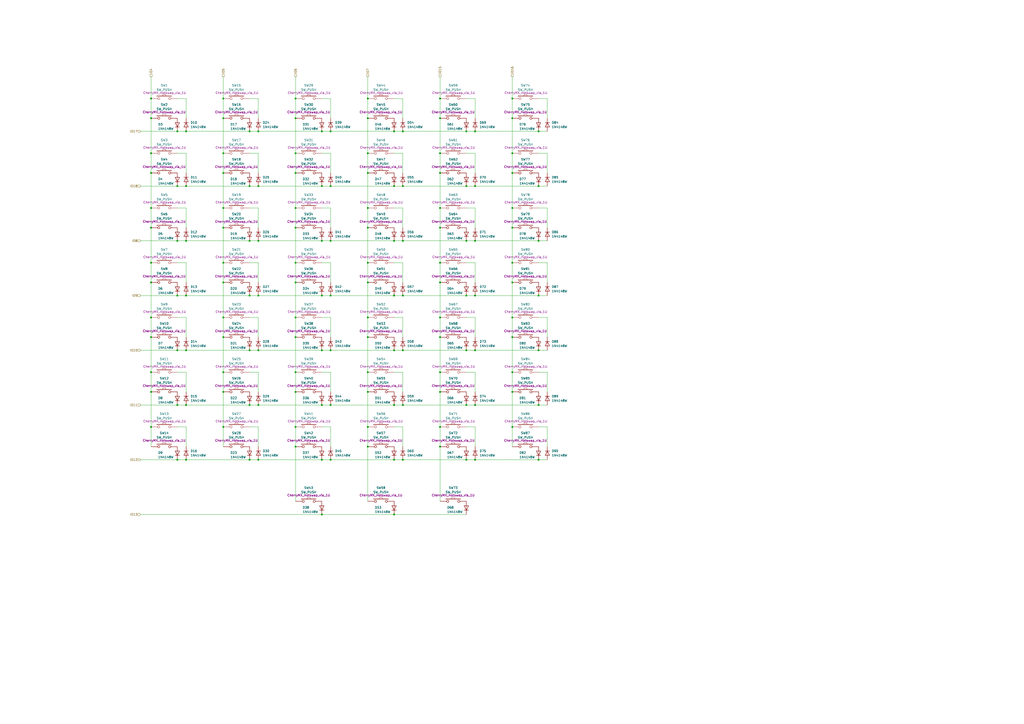
<source format=kicad_sch>
(kicad_sch (version 20231120) (generator "eeschema") (generator_version "8.0")
  (paper "A2")
  (junction (at 129.54 215.9))
  (junction (at 255.27 195.58))
  (junction (at 297.18 68.58))
  (junction (at 297.18 247.65))
  (junction (at 213.36 215.9))
  (junction (at 107.95 107.95))
  (junction (at 213.36 152.4))
  (junction (at 312.42 171.45))
  (junction (at 255.27 163.83))
  (junction (at 129.54 88.9))
  (junction (at 213.36 195.58))
  (junction (at 297.18 57.15))
  (junction (at 186.69 203.2))
  (junction (at 213.36 68.58))
  (junction (at 191.77 171.45))
  (junction (at 297.18 152.4))
  (junction (at 297.18 163.83))
  (junction (at 171.45 259.08))
  (junction (at 228.6 76.2))
  (junction (at 228.6 266.7))
  (junction (at 171.45 227.33))
  (junction (at 87.63 100.33))
  (junction (at 129.54 57.15))
  (junction (at 228.6 203.2))
  (junction (at 275.59 139.7))
  (junction (at 275.59 107.95))
  (junction (at 149.86 139.7))
  (junction (at 228.6 171.45))
  (junction (at 233.68 234.95))
  (junction (at 186.69 266.7))
  (junction (at 87.63 152.4))
  (junction (at 171.45 152.4))
  (junction (at 255.27 57.15))
  (junction (at 213.36 88.9))
  (junction (at 270.51 203.2))
  (junction (at 297.18 100.33))
  (junction (at 144.78 107.95))
  (junction (at 144.78 139.7))
  (junction (at 255.27 152.4))
  (junction (at 275.59 171.45))
  (junction (at 144.78 234.95))
  (junction (at 87.63 227.33))
  (junction (at 275.59 203.2))
  (junction (at 213.36 132.08))
  (junction (at 213.36 227.33))
  (junction (at 171.45 195.58))
  (junction (at 275.59 266.7))
  (junction (at 129.54 227.33))
  (junction (at 213.36 100.33))
  (junction (at 171.45 120.65))
  (junction (at 144.78 266.7))
  (junction (at 87.63 184.15))
  (junction (at 233.68 266.7))
  (junction (at 102.87 266.7))
  (junction (at 297.18 215.9))
  (junction (at 107.95 234.95))
  (junction (at 129.54 195.58))
  (junction (at 255.27 88.9))
  (junction (at 270.51 234.95))
  (junction (at 275.59 76.2))
  (junction (at 107.95 266.7))
  (junction (at 102.87 76.2))
  (junction (at 255.27 215.9))
  (junction (at 312.42 139.7))
  (junction (at 107.95 171.45))
  (junction (at 107.95 203.2))
  (junction (at 312.42 234.95))
  (junction (at 191.77 234.95))
  (junction (at 255.27 120.65))
  (junction (at 213.36 120.65))
  (junction (at 191.77 139.7))
  (junction (at 213.36 259.08))
  (junction (at 255.27 227.33))
  (junction (at 149.86 266.7))
  (junction (at 102.87 171.45))
  (junction (at 171.45 88.9))
  (junction (at 129.54 184.15))
  (junction (at 312.42 107.95))
  (junction (at 228.6 298.45))
  (junction (at 129.54 100.33))
  (junction (at 87.63 247.65))
  (junction (at 171.45 247.65))
  (junction (at 255.27 68.58))
  (junction (at 171.45 57.15))
  (junction (at 87.63 68.58))
  (junction (at 312.42 76.2))
  (junction (at 129.54 132.08))
  (junction (at 191.77 107.95))
  (junction (at 233.68 171.45))
  (junction (at 213.36 184.15))
  (junction (at 255.27 132.08))
  (junction (at 171.45 132.08))
  (junction (at 129.54 152.4))
  (junction (at 270.51 107.95))
  (junction (at 129.54 247.65))
  (junction (at 87.63 163.83))
  (junction (at 129.54 68.58))
  (junction (at 171.45 184.15))
  (junction (at 275.59 234.95))
  (junction (at 102.87 139.7))
  (junction (at 186.69 139.7))
  (junction (at 144.78 171.45))
  (junction (at 87.63 88.9))
  (junction (at 255.27 100.33))
  (junction (at 87.63 132.08))
  (junction (at 297.18 195.58))
  (junction (at 171.45 215.9))
  (junction (at 191.77 266.7))
  (junction (at 228.6 139.7))
  (junction (at 297.18 132.08))
  (junction (at 129.54 163.83))
  (junction (at 171.45 68.58))
  (junction (at 228.6 107.95))
  (junction (at 297.18 120.65))
  (junction (at 213.36 247.65))
  (junction (at 191.77 203.2))
  (junction (at 255.27 259.08))
  (junction (at 87.63 120.65))
  (junction (at 107.95 76.2))
  (junction (at 312.42 266.7))
  (junction (at 270.51 76.2))
  (junction (at 149.86 203.2))
  (junction (at 87.63 215.9))
  (junction (at 87.63 57.15))
  (junction (at 255.27 247.65))
  (junction (at 186.69 76.2))
  (junction (at 102.87 203.2))
  (junction (at 149.86 171.45))
  (junction (at 171.45 163.83))
  (junction (at 186.69 107.95))
  (junction (at 297.18 227.33))
  (junction (at 129.54 120.65))
  (junction (at 149.86 234.95))
  (junction (at 186.69 234.95))
  (junction (at 102.87 107.95))
  (junction (at 186.69 298.45))
  (junction (at 191.77 76.2))
  (junction (at 255.27 184.15))
  (junction (at 312.42 203.2))
  (junction (at 149.86 76.2))
  (junction (at 102.87 234.95))
  (junction (at 107.95 139.7))
  (junction (at 144.78 203.2))
  (junction (at 144.78 76.2))
  (junction (at 186.69 171.45))
  (junction (at 297.18 184.15))
  (junction (at 233.68 107.95))
  (junction (at 297.18 88.9))
  (junction (at 233.68 76.2))
  (junction (at 270.51 171.45))
  (junction (at 213.36 163.83))
  (junction (at 213.36 57.15))
  (junction (at 270.51 266.7))
  (junction (at 233.68 203.2))
  (junction (at 171.45 100.33))
  (junction (at 233.68 139.7))
  (junction (at 87.63 195.58))
  (junction (at 228.6 234.95))
  (junction (at 149.86 107.95))
  (junction (at 270.51 139.7))
  (wire (pts (xy 171.45 57.15) (xy 171.45 68.58)))
  (wire (pts (xy 149.86 266.7) (xy 186.69 266.7)))
  (wire (pts (xy 149.86 171.45) (xy 186.69 171.45)))
  (wire (pts (xy 129.54 100.33) (xy 129.54 120.65)))
  (wire (pts (xy 171.45 88.9) (xy 171.45 100.33)))
  (wire (pts (xy 107.95 171.45) (xy 144.78 171.45)))
  (wire (pts (xy 87.63 44.45) (xy 87.63 57.15)))
  (wire (pts (xy 87.63 163.83) (xy 87.63 184.15)))
  (wire (pts (xy 129.54 57.15) (xy 129.54 68.58)))
  (wire (pts (xy 213.36 120.65) (xy 213.36 132.08)))
  (wire (pts (xy 87.63 215.9) (xy 87.63 227.33)))
  (wire (pts (xy 144.78 203.2) (xy 149.86 203.2)))
  (wire (pts (xy 102.87 107.95) (xy 107.95 107.95)))
  (wire (pts (xy 312.42 266.7) (xy 317.5 266.7)))
  (wire (pts (xy 312.42 57.15) (xy 317.5 57.15)))
  (wire (pts (xy 233.68 234.95) (xy 270.51 234.95)))
  (wire (pts (xy 233.68 152.4) (xy 233.68 163.83)))
  (wire (pts (xy 317.5 88.9) (xy 317.5 100.33)))
  (wire (pts (xy 171.45 152.4) (xy 171.45 163.83)))
  (wire (pts (xy 255.27 247.65) (xy 255.27 259.08)))
  (wire (pts (xy 102.87 76.2) (xy 107.95 76.2)))
  (wire (pts (xy 102.87 266.7) (xy 107.95 266.7)))
  (wire (pts (xy 255.27 163.83) (xy 255.27 184.15)))
  (wire (pts (xy 186.69 184.15) (xy 191.77 184.15)))
  (wire (pts (xy 228.6 298.45) (xy 270.51 298.45)))
  (wire (pts (xy 317.5 57.15) (xy 317.5 68.58)))
  (wire (pts (xy 191.77 152.4) (xy 191.77 163.83)))
  (wire (pts (xy 191.77 57.15) (xy 191.77 68.58)))
  (wire (pts (xy 186.69 247.65) (xy 191.77 247.65)))
  (wire (pts (xy 317.5 184.15) (xy 317.5 195.58)))
  (wire (pts (xy 255.27 259.08) (xy 255.27 290.83)))
  (wire (pts (xy 233.68 266.7) (xy 270.51 266.7)))
  (wire (pts (xy 228.6 234.95) (xy 233.68 234.95)))
  (wire (pts (xy 149.86 76.2) (xy 186.69 76.2)))
  (wire (pts (xy 171.45 247.65) (xy 171.45 259.08)))
  (wire (pts (xy 233.68 107.95) (xy 270.51 107.95)))
  (wire (pts (xy 191.77 266.7) (xy 228.6 266.7)))
  (wire (pts (xy 270.51 171.45) (xy 275.59 171.45)))
  (wire (pts (xy 191.77 120.65) (xy 191.77 132.08)))
  (wire (pts (xy 255.27 195.58) (xy 255.27 215.9)))
  (wire (pts (xy 270.51 139.7) (xy 275.59 139.7)))
  (wire (pts (xy 144.78 88.9) (xy 149.86 88.9)))
  (wire (pts (xy 317.5 247.65) (xy 317.5 259.08)))
  (wire (pts (xy 87.63 184.15) (xy 87.63 195.58)))
  (wire (pts (xy 87.63 195.58) (xy 87.63 215.9)))
  (wire (pts (xy 186.69 234.95) (xy 191.77 234.95)))
  (wire (pts (xy 171.45 44.45) (xy 171.45 57.15)))
  (wire (pts (xy 144.78 139.7) (xy 149.86 139.7)))
  (wire (pts (xy 144.78 266.7) (xy 149.86 266.7)))
  (wire (pts (xy 297.18 68.58) (xy 297.18 88.9)))
  (wire (pts (xy 129.54 152.4) (xy 129.54 163.83)))
  (wire (pts (xy 87.63 57.15) (xy 87.63 68.58)))
  (wire (pts (xy 228.6 247.65) (xy 233.68 247.65)))
  (wire (pts (xy 270.51 266.7) (xy 275.59 266.7)))
  (wire (pts (xy 191.77 184.15) (xy 191.77 195.58)))
  (wire (pts (xy 107.95 203.2) (xy 144.78 203.2)))
  (wire (pts (xy 171.45 163.83) (xy 171.45 184.15)))
  (wire (pts (xy 107.95 120.65) (xy 107.95 132.08)))
  (wire (pts (xy 255.27 100.33) (xy 255.27 120.65)))
  (wire (pts (xy 213.36 68.58) (xy 213.36 88.9)))
  (wire (pts (xy 270.51 57.15) (xy 275.59 57.15)))
  (wire (pts (xy 255.27 227.33) (xy 255.27 247.65)))
  (wire (pts (xy 297.18 57.15) (xy 297.18 68.58)))
  (wire (pts (xy 255.27 120.65) (xy 255.27 132.08)))
  (wire (pts (xy 270.51 247.65) (xy 275.59 247.65)))
  (wire (pts (xy 81.28 298.45) (xy 186.69 298.45)))
  (wire (pts (xy 297.18 120.65) (xy 297.18 132.08)))
  (wire (pts (xy 149.86 184.15) (xy 149.86 195.58)))
  (wire (pts (xy 129.54 163.83) (xy 129.54 184.15)))
  (wire (pts (xy 255.27 215.9) (xy 255.27 227.33)))
  (wire (pts (xy 149.86 215.9) (xy 149.86 227.33)))
  (wire (pts (xy 171.45 132.08) (xy 171.45 152.4)))
  (wire (pts (xy 107.95 266.7) (xy 144.78 266.7)))
  (wire (pts (xy 213.36 215.9) (xy 213.36 227.33)))
  (wire (pts (xy 312.42 107.95) (xy 317.5 107.95)))
  (wire (pts (xy 171.45 184.15) (xy 171.45 195.58)))
  (wire (pts (xy 144.78 120.65) (xy 149.86 120.65)))
  (wire (pts (xy 312.42 139.7) (xy 317.5 139.7)))
  (wire (pts (xy 312.42 76.2) (xy 317.5 76.2)))
  (wire (pts (xy 255.27 132.08) (xy 255.27 152.4)))
  (wire (pts (xy 228.6 215.9) (xy 233.68 215.9)))
  (wire (pts (xy 275.59 203.2) (xy 312.42 203.2)))
  (wire (pts (xy 275.59 107.95) (xy 312.42 107.95)))
  (wire (pts (xy 186.69 120.65) (xy 191.77 120.65)))
  (wire (pts (xy 297.18 247.65) (xy 297.18 259.08)))
  (wire (pts (xy 186.69 203.2) (xy 191.77 203.2)))
  (wire (pts (xy 275.59 57.15) (xy 275.59 68.58)))
  (wire (pts (xy 275.59 152.4) (xy 275.59 163.83)))
  (wire (pts (xy 233.68 171.45) (xy 270.51 171.45)))
  (wire (pts (xy 297.18 152.4) (xy 297.18 163.83)))
  (wire (pts (xy 233.68 203.2) (xy 270.51 203.2)))
  (wire (pts (xy 129.54 247.65) (xy 129.54 259.08)))
  (wire (pts (xy 270.51 152.4) (xy 275.59 152.4)))
  (wire (pts (xy 213.36 163.83) (xy 213.36 184.15)))
  (wire (pts (xy 213.36 195.58) (xy 213.36 215.9)))
  (wire (pts (xy 213.36 184.15) (xy 213.36 195.58)))
  (wire (pts (xy 129.54 120.65) (xy 129.54 132.08)))
  (wire (pts (xy 186.69 266.7) (xy 191.77 266.7)))
  (wire (pts (xy 297.18 227.33) (xy 297.18 247.65)))
  (wire (pts (xy 233.68 247.65) (xy 233.68 259.08)))
  (wire (pts (xy 129.54 88.9) (xy 129.54 100.33)))
  (wire (pts (xy 213.36 227.33) (xy 213.36 247.65)))
  (wire (pts (xy 171.45 120.65) (xy 171.45 132.08)))
  (wire (pts (xy 312.42 184.15) (xy 317.5 184.15)))
  (wire (pts (xy 275.59 88.9) (xy 275.59 100.33)))
  (wire (pts (xy 87.63 68.58) (xy 87.63 88.9)))
  (wire (pts (xy 312.42 88.9) (xy 317.5 88.9)))
  (wire (pts (xy 102.87 152.4) (xy 107.95 152.4)))
  (wire (pts (xy 107.95 152.4) (xy 107.95 163.83)))
  (wire (pts (xy 87.63 227.33) (xy 87.63 247.65)))
  (wire (pts (xy 186.69 76.2) (xy 191.77 76.2)))
  (wire (pts (xy 255.27 152.4) (xy 255.27 163.83)))
  (wire (pts (xy 102.87 234.95) (xy 107.95 234.95)))
  (wire (pts (xy 312.42 247.65) (xy 317.5 247.65)))
  (wire (pts (xy 228.6 76.2) (xy 233.68 76.2)))
  (wire (pts (xy 275.59 234.95) (xy 312.42 234.95)))
  (wire (pts (xy 312.42 120.65) (xy 317.5 120.65)))
  (wire (pts (xy 107.95 57.15) (xy 107.95 68.58)))
  (wire (pts (xy 228.6 266.7) (xy 233.68 266.7)))
  (wire (pts (xy 102.87 88.9) (xy 107.95 88.9)))
  (wire (pts (xy 255.27 184.15) (xy 255.27 195.58)))
  (wire (pts (xy 317.5 215.9) (xy 317.5 227.33)))
  (wire (pts (xy 129.54 184.15) (xy 129.54 195.58)))
  (wire (pts (xy 191.77 215.9) (xy 191.77 227.33)))
  (wire (pts (xy 233.68 139.7) (xy 270.51 139.7)))
  (wire (pts (xy 213.36 44.45) (xy 213.36 57.15)))
  (wire (pts (xy 297.18 195.58) (xy 297.18 215.9)))
  (wire (pts (xy 129.54 195.58) (xy 129.54 215.9)))
  (wire (pts (xy 129.54 215.9) (xy 129.54 227.33)))
  (wire (pts (xy 270.51 203.2) (xy 275.59 203.2)))
  (wire (pts (xy 107.95 215.9) (xy 107.95 227.33)))
  (wire (pts (xy 191.77 203.2) (xy 228.6 203.2)))
  (wire (pts (xy 81.28 76.2) (xy 102.87 76.2)))
  (wire (pts (xy 191.77 88.9) (xy 191.77 100.33)))
  (wire (pts (xy 102.87 57.15) (xy 107.95 57.15)))
  (wire (pts (xy 107.95 139.7) (xy 144.78 139.7)))
  (wire (pts (xy 186.69 298.45) (xy 228.6 298.45)))
  (wire (pts (xy 275.59 247.65) (xy 275.59 259.08)))
  (wire (pts (xy 191.77 76.2) (xy 228.6 76.2)))
  (wire (pts (xy 129.54 227.33) (xy 129.54 247.65)))
  (wire (pts (xy 144.78 76.2) (xy 149.86 76.2)))
  (wire (pts (xy 275.59 215.9) (xy 275.59 227.33)))
  (wire (pts (xy 144.78 215.9) (xy 149.86 215.9)))
  (wire (pts (xy 186.69 215.9) (xy 191.77 215.9)))
  (wire (pts (xy 233.68 184.15) (xy 233.68 195.58)))
  (wire (pts (xy 87.63 100.33) (xy 87.63 120.65)))
  (wire (pts (xy 228.6 203.2) (xy 233.68 203.2)))
  (wire (pts (xy 317.5 120.65) (xy 317.5 132.08)))
  (wire (pts (xy 149.86 88.9) (xy 149.86 100.33)))
  (wire (pts (xy 102.87 184.15) (xy 107.95 184.15)))
  (wire (pts (xy 233.68 76.2) (xy 270.51 76.2)))
  (wire (pts (xy 275.59 139.7) (xy 312.42 139.7)))
  (wire (pts (xy 149.86 139.7) (xy 186.69 139.7)))
  (wire (pts (xy 107.95 76.2) (xy 144.78 76.2)))
  (wire (pts (xy 81.28 266.7) (xy 102.87 266.7)))
  (wire (pts (xy 297.18 215.9) (xy 297.18 227.33)))
  (wire (pts (xy 270.51 88.9) (xy 275.59 88.9)))
  (wire (pts (xy 270.51 184.15) (xy 275.59 184.15)))
  (wire (pts (xy 233.68 215.9) (xy 233.68 227.33)))
  (wire (pts (xy 149.86 120.65) (xy 149.86 132.08)))
  (wire (pts (xy 171.45 215.9) (xy 171.45 227.33)))
  (wire (pts (xy 102.87 215.9) (xy 107.95 215.9)))
  (wire (pts (xy 149.86 234.95) (xy 186.69 234.95)))
  (wire (pts (xy 171.45 259.08) (xy 171.45 290.83)))
  (wire (pts (xy 228.6 171.45) (xy 233.68 171.45)))
  (wire (pts (xy 312.42 203.2) (xy 317.5 203.2)))
  (wire (pts (xy 255.27 57.15) (xy 255.27 68.58)))
  (wire (pts (xy 81.28 234.95) (xy 102.87 234.95)))
  (wire (pts (xy 275.59 184.15) (xy 275.59 195.58)))
  (wire (pts (xy 255.27 44.45) (xy 255.27 57.15)))
  (wire (pts (xy 255.27 68.58) (xy 255.27 88.9)))
  (wire (pts (xy 228.6 88.9) (xy 233.68 88.9)))
  (wire (pts (xy 102.87 247.65) (xy 107.95 247.65)))
  (wire (pts (xy 297.18 163.83) (xy 297.18 184.15)))
  (wire (pts (xy 144.78 57.15) (xy 149.86 57.15)))
  (wire (pts (xy 191.77 171.45) (xy 228.6 171.45)))
  (wire (pts (xy 312.42 152.4) (xy 317.5 152.4)))
  (wire (pts (xy 107.95 234.95) (xy 144.78 234.95)))
  (wire (pts (xy 228.6 184.15) (xy 233.68 184.15)))
  (wire (pts (xy 297.18 88.9) (xy 297.18 100.33)))
  (wire (pts (xy 81.28 107.95) (xy 102.87 107.95)))
  (wire (pts (xy 233.68 120.65) (xy 233.68 132.08)))
  (wire (pts (xy 102.87 139.7) (xy 107.95 139.7)))
  (wire (pts (xy 213.36 247.65) (xy 213.36 259.08)))
  (wire (pts (xy 144.78 152.4) (xy 149.86 152.4)))
  (wire (pts (xy 149.86 152.4) (xy 149.86 163.83)))
  (wire (pts (xy 297.18 132.08) (xy 297.18 152.4)))
  (wire (pts (xy 81.28 139.7) (xy 102.87 139.7)))
  (wire (pts (xy 255.27 88.9) (xy 255.27 100.33)))
  (wire (pts (xy 213.36 152.4) (xy 213.36 163.83)))
  (wire (pts (xy 144.78 171.45) (xy 149.86 171.45)))
  (wire (pts (xy 191.77 234.95) (xy 228.6 234.95)))
  (wire (pts (xy 312.42 234.95) (xy 317.5 234.95)))
  (wire (pts (xy 149.86 107.95) (xy 186.69 107.95)))
  (wire (pts (xy 149.86 57.15) (xy 149.86 68.58)))
  (wire (pts (xy 102.87 203.2) (xy 107.95 203.2)))
  (wire (pts (xy 312.42 215.9) (xy 317.5 215.9)))
  (wire (pts (xy 233.68 88.9) (xy 233.68 100.33)))
  (wire (pts (xy 186.69 152.4) (xy 191.77 152.4)))
  (wire (pts (xy 270.51 215.9) (xy 275.59 215.9)))
  (wire (pts (xy 275.59 266.7) (xy 312.42 266.7)))
  (wire (pts (xy 270.51 120.65) (xy 275.59 120.65)))
  (wire (pts (xy 149.86 247.65) (xy 149.86 259.08)))
  (wire (pts (xy 275.59 120.65) (xy 275.59 132.08)))
  (wire (pts (xy 186.69 171.45) (xy 191.77 171.45)))
  (wire (pts (xy 144.78 107.95) (xy 149.86 107.95)))
  (wire (pts (xy 129.54 44.45) (xy 129.54 57.15)))
  (wire (pts (xy 171.45 195.58) (xy 171.45 215.9)))
  (wire (pts (xy 191.77 107.95) (xy 228.6 107.95)))
  (wire (pts (xy 275.59 76.2) (xy 312.42 76.2)))
  (wire (pts (xy 228.6 152.4) (xy 233.68 152.4)))
  (wire (pts (xy 107.95 107.95) (xy 144.78 107.95)))
  (wire (pts (xy 213.36 100.33) (xy 213.36 120.65)))
  (wire (pts (xy 144.78 234.95) (xy 149.86 234.95)))
  (wire (pts (xy 228.6 120.65) (xy 233.68 120.65)))
  (wire (pts (xy 270.51 234.95) (xy 275.59 234.95)))
  (wire (pts (xy 107.95 184.15) (xy 107.95 195.58)))
  (wire (pts (xy 270.51 76.2) (xy 275.59 76.2)))
  (wire (pts (xy 186.69 57.15) (xy 191.77 57.15)))
  (wire (pts (xy 213.36 259.08) (xy 213.36 290.83)))
  (wire (pts (xy 228.6 139.7) (xy 233.68 139.7)))
  (wire (pts (xy 87.63 120.65) (xy 87.63 132.08)))
  (wire (pts (xy 87.63 247.65) (xy 87.63 259.08)))
  (wire (pts (xy 233.68 57.15) (xy 233.68 68.58)))
  (wire (pts (xy 107.95 88.9) (xy 107.95 100.33)))
  (wire (pts (xy 270.51 107.95) (xy 275.59 107.95)))
  (wire (pts (xy 228.6 107.95) (xy 233.68 107.95)))
  (wire (pts (xy 102.87 120.65) (xy 107.95 120.65)))
  (wire (pts (xy 144.78 247.65) (xy 149.86 247.65)))
  (wire (pts (xy 186.69 139.7) (xy 191.77 139.7)))
  (wire (pts (xy 81.28 203.2) (xy 102.87 203.2)))
  (wire (pts (xy 129.54 132.08) (xy 129.54 152.4)))
  (wire (pts (xy 171.45 227.33) (xy 171.45 247.65)))
  (wire (pts (xy 213.36 132.08) (xy 213.36 152.4)))
  (wire (pts (xy 297.18 100.33) (xy 297.18 120.65)))
  (wire (pts (xy 87.63 152.4) (xy 87.63 163.83)))
  (wire (pts (xy 87.63 132.08) (xy 87.63 152.4)))
  (wire (pts (xy 144.78 184.15) (xy 149.86 184.15)))
  (wire (pts (xy 81.28 171.45) (xy 102.87 171.45)))
  (wire (pts (xy 186.69 107.95) (xy 191.77 107.95)))
  (wire (pts (xy 87.63 88.9) (xy 87.63 100.33)))
  (wire (pts (xy 312.42 171.45) (xy 317.5 171.45)))
  (wire (pts (xy 213.36 57.15) (xy 213.36 68.58)))
  (wire (pts (xy 213.36 88.9) (xy 213.36 100.33)))
  (wire (pts (xy 317.5 152.4) (xy 317.5 163.83)))
  (wire (pts (xy 171.45 68.58) (xy 171.45 88.9)))
  (wire (pts (xy 186.69 88.9) (xy 191.77 88.9)))
  (wire (pts (xy 191.77 247.65) (xy 191.77 259.08)))
  (wire (pts (xy 297.18 184.15) (xy 297.18 195.58)))
  (wire (pts (xy 171.45 100.33) (xy 171.45 120.65)))
  (wire (pts (xy 297.18 44.45) (xy 297.18 57.15)))
  (wire (pts (xy 275.59 171.45) (xy 312.42 171.45)))
  (wire (pts (xy 129.54 68.58) (xy 129.54 88.9)))
  (wire (pts (xy 191.77 139.7) (xy 228.6 139.7)))
  (wire (pts (xy 107.95 247.65) (xy 107.95 259.08)))
  (wire (pts (xy 228.6 57.15) (xy 233.68 57.15)))
  (wire (pts (xy 102.87 171.45) (xy 107.95 171.45)))
  (wire (pts (xy 149.86 203.2) (xy 186.69 203.2)))
  (hierarchical_label "IO7" (shape passive) (at 213.36 44.45 90))
  (hierarchical_label "IO8" (shape passive) (at 81.28 139.7 180))
  (hierarchical_label "IO15" (shape passive) (at 255.27 44.45 90))
  (hierarchical_label "IO6" (shape passive) (at 171.45 44.45 90))
  (hierarchical_label "IO12" (shape passive) (at 81.28 266.7 180))
  (hierarchical_label "IO18" (shape passive) (at 81.28 107.95 180))
  (hierarchical_label "IO16" (shape passive) (at 297.18 44.45 90))
  (hierarchical_label "IO10" (shape passive) (at 81.28 203.2 180))
  (hierarchical_label "IO17" (shape passive) (at 81.28 76.2 180))
  (hierarchical_label "IO4" (shape passive) (at 87.63 44.45 90))
  (hierarchical_label "IO13" (shape passive) (at 81.28 298.45 180))
  (hierarchical_label "IO9" (shape passive) (at 81.28 171.45 180))
  (hierarchical_label "IO11" (shape passive) (at 81.28 234.95 180))
  (hierarchical_label "IO5" (shape passive) (at 129.54 44.45 90))
  (symbol (lib_id "Diode:1N4148W") (at 186.69 167.64 90) (unit 1)
    (property "Reference" "D34" (at 175.514 167.386 90) (effects (justify right)))
    (property "Value" "1N4148W" (at 175.514 169.926 90) (effects (justify right)))
    (property "Footprint" "Diode_SMD:D_SOD-123" (effects (hide yes)))
    (property "Datasheet" "https://www.vishay.com/docs/85748/1n4148w.pdf" (effects (hide yes)))
    (property "Description" "75V 0.15A Fast Switching Diode, SOD-123" (effects (hide yes)))
    (property "Sim.Device" "D" (effects (hide yes)))
    (property "Sim.Pins" "1=K 2=A" (effects (hide yes)))
  )
  (symbol (lib_id "BrownSugar_KBD:SW_PUSH") (at 137.16 132.08 0) (unit 1)
    (property "Reference" "SW20" (at 137.16 124.206 0))
    (property "Value" "SW_PUSH" (at 137.16 126.746 0))
    (property "Footprint" "CherryMX_Hotswap_via_1U" (at 137.16 128.524 0))
  )
  (symbol (lib_id "BrownSugar_KBD:SW_PUSH") (at 304.8 259.08 0) (unit 1)
    (property "Reference" "SW87" (at 304.8 251.206 0))
    (property "Value" "SW_PUSH" (at 304.8 253.746 0))
    (property "Footprint" "CherryMX_Hotswap_via_1U" (at 304.8 255.524 0))
  )
  (symbol (lib_id "Diode:1N4148W") (at 275.59 167.64 270) (unit 1)
    (property "Reference" "D72" (at 278.13 166.3699 90) (effects (justify left)))
    (property "Value" "1N4148W" (at 278.13 168.9099 90) (effects (justify left)))
    (property "Footprint" "Diode_SMD:D_SOD-123" (effects (hide yes)))
    (property "Datasheet" "https://www.vishay.com/docs/85748/1n4148w.pdf" (effects (hide yes)))
    (property "Description" "75V 0.15A Fast Switching Diode, SOD-123" (effects (hide yes)))
    (property "Sim.Device" "D" (effects (hide yes)))
    (property "Sim.Pins" "1=K 2=A" (effects (hide yes)))
  )
  (symbol (lib_id "BrownSugar_KBD:SW_PUSH") (at 137.16 195.58 0) (unit 1)
    (property "Reference" "SW24" (at 137.16 187.706 0))
    (property "Value" "SW_PUSH" (at 137.16 190.246 0))
    (property "Footprint" "CherryMX_Hotswap_via_1U" (at 137.16 192.024 0))
  )
  (symbol (lib_id "BrownSugar_KBD:SW_PUSH") (at 95.25 247.65 0) (unit 1)
    (property "Reference" "SW13" (at 95.25 240.03 0))
    (property "Value" "SW_PUSH" (at 95.25 242.57 0))
    (property "Footprint" "CherryMX_Hotswap_via_1U" (at 95.504 244.348 0))
  )
  (symbol (lib_id "BrownSugar_KBD:SW_PUSH") (at 304.8 163.83 0) (unit 1)
    (property "Reference" "SW81" (at 304.8 155.956 0))
    (property "Value" "SW_PUSH" (at 304.8 158.496 0))
    (property "Footprint" "CherryMX_Hotswap_via_1U" (at 304.8 160.274 0))
  )
  (symbol (lib_id "BrownSugar_KBD:SW_PUSH") (at 137.16 227.33 0) (unit 1)
    (property "Reference" "SW26" (at 137.16 219.456 0))
    (property "Value" "SW_PUSH" (at 137.16 221.996 0))
    (property "Footprint" "CherryMX_Hotswap_via_1U" (at 137.16 223.774 0))
  )
  (symbol (lib_id "Diode:1N4148W") (at 233.68 135.89 270) (unit 1)
    (property "Reference" "D56" (at 236.22 134.6199 90) (effects (justify left)))
    (property "Value" "1N4148W" (at 236.22 137.1599 90) (effects (justify left)))
    (property "Footprint" "Diode_SMD:D_SOD-123" (effects (hide yes)))
    (property "Datasheet" "https://www.vishay.com/docs/85748/1n4148w.pdf" (effects (hide yes)))
    (property "Description" "75V 0.15A Fast Switching Diode, SOD-123" (effects (hide yes)))
    (property "Sim.Device" "D" (effects (hide yes)))
    (property "Sim.Pins" "1=K 2=A" (effects (hide yes)))
  )
  (symbol (lib_id "BrownSugar_KBD:SW_PUSH") (at 95.25 68.58 0) (unit 1)
    (property "Reference" "SW2" (at 95.25 60.706 0))
    (property "Value" "SW_PUSH" (at 95.25 63.246 0))
    (property "Footprint" "CherryMX_Hotswap_via_1U" (at 95.25 65.024 0))
  )
  (symbol (lib_id "BrownSugar_KBD:SW_PUSH") (at 179.07 184.15 0) (unit 1)
    (property "Reference" "SW37" (at 179.07 176.53 0))
    (property "Value" "SW_PUSH" (at 179.07 179.07 0))
    (property "Footprint" "CherryMX_Hotswap_via_1U" (at 179.324 180.848 0))
  )
  (symbol (lib_id "Diode:1N4148W") (at 102.87 262.89 90) (unit 1)
    (property "Reference" "D9" (at 91.694 262.636 90) (effects (justify right)))
    (property "Value" "1N4148W" (at 91.694 265.176 90) (effects (justify right)))
    (property "Footprint" "Diode_SMD:D_SOD-123" (effects (hide yes)))
    (property "Datasheet" "https://www.vishay.com/docs/85748/1n4148w.pdf" (effects (hide yes)))
    (property "Description" "75V 0.15A Fast Switching Diode, SOD-123" (effects (hide yes)))
    (property "Sim.Device" "D" (effects (hide yes)))
    (property "Sim.Pins" "1=K 2=A" (effects (hide yes)))
  )
  (symbol (lib_id "Diode:1N4148W") (at 317.5 231.14 270) (unit 1)
    (property "Reference" "D89" (at 320.04 229.8699 90) (effects (justify left)))
    (property "Value" "1N4148W" (at 320.04 232.4099 90) (effects (justify left)))
    (property "Footprint" "Diode_SMD:D_SOD-123" (effects (hide yes)))
    (property "Datasheet" "https://www.vishay.com/docs/85748/1n4148w.pdf" (effects (hide yes)))
    (property "Description" "75V 0.15A Fast Switching Diode, SOD-123" (effects (hide yes)))
    (property "Sim.Device" "D" (effects (hide yes)))
    (property "Sim.Pins" "1=K 2=A" (effects (hide yes)))
  )
  (symbol (lib_id "BrownSugar_KBD:SW_PUSH") (at 179.07 247.65 0) (unit 1)
    (property "Reference" "SW41" (at 179.07 240.03 0))
    (property "Value" "SW_PUSH" (at 179.07 242.57 0))
    (property "Footprint" "CherryMX_Hotswap_via_1U" (at 179.324 244.348 0))
  )
  (symbol (lib_id "Diode:1N4148W") (at 102.87 199.39 90) (unit 1)
    (property "Reference" "D7" (at 91.694 199.136 90) (effects (justify right)))
    (property "Value" "1N4148W" (at 91.694 201.676 90) (effects (justify right)))
    (property "Footprint" "Diode_SMD:D_SOD-123" (effects (hide yes)))
    (property "Datasheet" "https://www.vishay.com/docs/85748/1n4148w.pdf" (effects (hide yes)))
    (property "Description" "75V 0.15A Fast Switching Diode, SOD-123" (effects (hide yes)))
    (property "Sim.Device" "D" (effects (hide yes)))
    (property "Sim.Pins" "1=K 2=A" (effects (hide yes)))
  )
  (symbol (lib_id "BrownSugar_KBD:SW_PUSH") (at 95.25 195.58 0) (unit 1)
    (property "Reference" "SW10" (at 95.25 187.706 0))
    (property "Value" "SW_PUSH" (at 95.25 190.246 0))
    (property "Footprint" "CherryMX_Hotswap_via_1U" (at 95.25 192.024 0))
  )
  (symbol (lib_id "BrownSugar_KBD:SW_PUSH") (at 220.98 57.15 0) (unit 1)
    (property "Reference" "SW44" (at 220.98 49.53 0))
    (property "Value" "SW_PUSH" (at 220.98 52.07 0))
    (property "Footprint" "CherryMX_Hotswap_via_1U" (at 221.234 53.848 0))
  )
  (symbol (lib_id "Diode:1N4148W") (at 270.51 167.64 90) (unit 1)
    (property "Reference" "D64" (at 259.334 167.386 90) (effects (justify right)))
    (property "Value" "1N4148W" (at 259.334 169.926 90) (effects (justify right)))
    (property "Footprint" "Diode_SMD:D_SOD-123" (effects (hide yes)))
    (property "Datasheet" "https://www.vishay.com/docs/85748/1n4148w.pdf" (effects (hide yes)))
    (property "Description" "75V 0.15A Fast Switching Diode, SOD-123" (effects (hide yes)))
    (property "Sim.Device" "D" (effects (hide yes)))
    (property "Sim.Pins" "1=K 2=A" (effects (hide yes)))
  )
  (symbol (lib_id "BrownSugar_KBD:SW_PUSH") (at 95.25 88.9 0) (unit 1)
    (property "Reference" "SW3" (at 95.25 81.28 0))
    (property "Value" "SW_PUSH" (at 95.25 83.82 0))
    (property "Footprint" "CherryMX_Hotswap_via_1U" (at 95.504 85.598 0))
  )
  (symbol (lib_id "BrownSugar_KBD:SW_PUSH") (at 220.98 120.65 0) (unit 1)
    (property "Reference" "SW48" (at 220.98 113.03 0))
    (property "Value" "SW_PUSH" (at 220.98 115.57 0))
    (property "Footprint" "CherryMX_Hotswap_via_1U" (at 221.234 117.348 0))
  )
  (symbol (lib_id "Diode:1N4148W") (at 228.6 104.14 90) (unit 1)
    (property "Reference" "D47" (at 217.424 103.886 90) (effects (justify right)))
    (property "Value" "1N4148W" (at 217.424 106.426 90) (effects (justify right)))
    (property "Footprint" "Diode_SMD:D_SOD-123" (effects (hide yes)))
    (property "Datasheet" "https://www.vishay.com/docs/85748/1n4148w.pdf" (effects (hide yes)))
    (property "Description" "75V 0.15A Fast Switching Diode, SOD-123" (effects (hide yes)))
    (property "Sim.Device" "D" (effects (hide yes)))
    (property "Sim.Pins" "1=K 2=A" (effects (hide yes)))
  )
  (symbol (lib_id "BrownSugar_KBD:SW_PUSH") (at 262.89 195.58 0) (unit 1)
    (property "Reference" "SW68" (at 262.89 187.706 0))
    (property "Value" "SW_PUSH" (at 262.89 190.246 0))
    (property "Footprint" "CherryMX_Hotswap_via_1U" (at 262.89 192.024 0))
  )
  (symbol (lib_id "Diode:1N4148W") (at 191.77 167.64 270) (unit 1)
    (property "Reference" "D42" (at 194.31 166.3699 90) (effects (justify left)))
    (property "Value" "1N4148W" (at 194.31 168.9099 90) (effects (justify left)))
    (property "Footprint" "Diode_SMD:D_SOD-123" (effects (hide yes)))
    (property "Datasheet" "https://www.vishay.com/docs/85748/1n4148w.pdf" (effects (hide yes)))
    (property "Description" "75V 0.15A Fast Switching Diode, SOD-123" (effects (hide yes)))
    (property "Sim.Device" "D" (effects (hide yes)))
    (property "Sim.Pins" "1=K 2=A" (effects (hide yes)))
  )
  (symbol (lib_id "BrownSugar_KBD:SW_PUSH") (at 179.07 195.58 0) (unit 1)
    (property "Reference" "SW38" (at 179.07 187.706 0))
    (property "Value" "SW_PUSH" (at 179.07 190.246 0))
    (property "Footprint" "CherryMX_Hotswap_via_1U" (at 179.07 192.024 0))
  )
  (symbol (lib_id "Diode:1N4148W") (at 317.5 104.14 270) (unit 1)
    (property "Reference" "D85" (at 320.04 102.8699 90) (effects (justify left)))
    (property "Value" "1N4148W" (at 320.04 105.4099 90) (effects (justify left)))
    (property "Footprint" "Diode_SMD:D_SOD-123" (effects (hide yes)))
    (property "Datasheet" "https://www.vishay.com/docs/85748/1n4148w.pdf" (effects (hide yes)))
    (property "Description" "75V 0.15A Fast Switching Diode, SOD-123" (effects (hide yes)))
    (property "Sim.Device" "D" (effects (hide yes)))
    (property "Sim.Pins" "1=K 2=A" (effects (hide yes)))
  )
  (symbol (lib_id "Diode:1N4148W") (at 102.87 231.14 90) (unit 1)
    (property "Reference" "D8" (at 91.694 230.886 90) (effects (justify right)))
    (property "Value" "1N4148W" (at 91.694 233.426 90) (effects (justify right)))
    (property "Footprint" "Diode_SMD:D_SOD-123" (effects (hide yes)))
    (property "Datasheet" "https://www.vishay.com/docs/85748/1n4148w.pdf" (effects (hide yes)))
    (property "Description" "75V 0.15A Fast Switching Diode, SOD-123" (effects (hide yes)))
    (property "Sim.Device" "D" (effects (hide yes)))
    (property "Sim.Pins" "1=K 2=A" (effects (hide yes)))
  )
  (symbol (lib_id "Diode:1N4148W") (at 312.42 231.14 90) (unit 1)
    (property "Reference" "D81" (at 301.244 230.886 90) (effects (justify right)))
    (property "Value" "1N4148W" (at 301.244 233.426 90) (effects (justify right)))
    (property "Footprint" "Diode_SMD:D_SOD-123" (effects (hide yes)))
    (property "Datasheet" "https://www.vishay.com/docs/85748/1n4148w.pdf" (effects (hide yes)))
    (property "Description" "75V 0.15A Fast Switching Diode, SOD-123" (effects (hide yes)))
    (property "Sim.Device" "D" (effects (hide yes)))
    (property "Sim.Pins" "1=K 2=A" (effects (hide yes)))
  )
  (symbol (lib_id "BrownSugar_KBD:SW_PUSH") (at 262.89 247.65 0) (unit 1)
    (property "Reference" "SW71" (at 262.89 240.03 0))
    (property "Value" "SW_PUSH" (at 262.89 242.57 0))
    (property "Footprint" "CherryMX_Hotswap_via_1U" (at 263.144 244.348 0))
  )
  (symbol (lib_id "BrownSugar_KBD:SW_PUSH") (at 262.89 163.83 0) (unit 1)
    (property "Reference" "SW66" (at 262.89 155.956 0))
    (property "Value" "SW_PUSH" (at 262.89 158.496 0))
    (property "Footprint" "CherryMX_Hotswap_via_1U" (at 262.89 160.274 0))
  )
  (symbol (lib_id "Diode:1N4148W") (at 149.86 72.39 270) (unit 1)
    (property "Reference" "D24" (at 152.4 71.1199 90) (effects (justify left)))
    (property "Value" "1N4148W" (at 152.4 73.6599 90) (effects (justify left)))
    (property "Footprint" "Diode_SMD:D_SOD-123" (effects (hide yes)))
    (property "Datasheet" "https://www.vishay.com/docs/85748/1n4148w.pdf" (effects (hide yes)))
    (property "Description" "75V 0.15A Fast Switching Diode, SOD-123" (effects (hide yes)))
    (property "Sim.Device" "D" (effects (hide yes)))
    (property "Sim.Pins" "1=K 2=A" (effects (hide yes)))
  )
  (symbol (lib_id "Diode:1N4148W") (at 149.86 135.89 270) (unit 1)
    (property "Reference" "D26" (at 152.4 134.6199 90) (effects (justify left)))
    (property "Value" "1N4148W" (at 152.4 137.1599 90) (effects (justify left)))
    (property "Footprint" "Diode_SMD:D_SOD-123" (effects (hide yes)))
    (property "Datasheet" "https://www.vishay.com/docs/85748/1n4148w.pdf" (effects (hide yes)))
    (property "Description" "75V 0.15A Fast Switching Diode, SOD-123" (effects (hide yes)))
    (property "Sim.Device" "D" (effects (hide yes)))
    (property "Sim.Pins" "1=K 2=A" (effects (hide yes)))
  )
  (symbol (lib_id "BrownSugar_KBD:SW_PUSH") (at 220.98 259.08 0) (unit 1)
    (property "Reference" "SW57" (at 220.98 251.206 0))
    (property "Value" "SW_PUSH" (at 220.98 253.746 0))
    (property "Footprint" "CherryMX_Hotswap_via_1U" (at 220.98 255.524 0))
  )
  (symbol (lib_id "Diode:1N4148W") (at 144.78 262.89 90) (unit 1)
    (property "Reference" "D23" (at 133.604 262.636 90) (effects (justify right)))
    (property "Value" "1N4148W" (at 133.604 265.176 90) (effects (justify right)))
    (property "Footprint" "Diode_SMD:D_SOD-123" (effects (hide yes)))
    (property "Datasheet" "https://www.vishay.com/docs/85748/1n4148w.pdf" (effects (hide yes)))
    (property "Description" "75V 0.15A Fast Switching Diode, SOD-123" (effects (hide yes)))
    (property "Sim.Device" "D" (effects (hide yes)))
    (property "Sim.Pins" "1=K 2=A" (effects (hide yes)))
  )
  (symbol (lib_id "Diode:1N4148W") (at 107.95 72.39 270) (unit 1)
    (property "Reference" "D10" (at 110.49 71.1199 90) (effects (justify left)))
    (property "Value" "1N4148W" (at 110.49 73.6599 90) (effects (justify left)))
    (property "Footprint" "Diode_SMD:D_SOD-123" (effects (hide yes)))
    (property "Datasheet" "https://www.vishay.com/docs/85748/1n4148w.pdf" (effects (hide yes)))
    (property "Description" "75V 0.15A Fast Switching Diode, SOD-123" (effects (hide yes)))
    (property "Sim.Device" "D" (effects (hide yes)))
    (property "Sim.Pins" "1=K 2=A" (effects (hide yes)))
  )
  (symbol (lib_id "BrownSugar_KBD:SW_PUSH") (at 304.8 227.33 0) (unit 1)
    (property "Reference" "SW85" (at 304.8 219.456 0))
    (property "Value" "SW_PUSH" (at 304.8 221.996 0))
    (property "Footprint" "CherryMX_Hotswap_via_1U" (at 304.8 223.774 0))
  )
  (symbol (lib_id "Diode:1N4148W") (at 102.87 135.89 90) (unit 1)
    (property "Reference" "D5" (at 91.694 135.636 90) (effects (justify right)))
    (property "Value" "1N4148W" (at 91.694 138.176 90) (effects (justify right)))
    (property "Footprint" "Diode_SMD:D_SOD-123" (effects (hide yes)))
    (property "Datasheet" "https://www.vishay.com/docs/85748/1n4148w.pdf" (effects (hide yes)))
    (property "Description" "75V 0.15A Fast Switching Diode, SOD-123" (effects (hide yes)))
    (property "Sim.Device" "D" (effects (hide yes)))
    (property "Sim.Pins" "1=K 2=A" (effects (hide yes)))
  )
  (symbol (lib_id "BrownSugar_KBD:SW_PUSH") (at 220.98 88.9 0) (unit 1)
    (property "Reference" "SW46" (at 220.98 81.28 0))
    (property "Value" "SW_PUSH" (at 220.98 83.82 0))
    (property "Footprint" "CherryMX_Hotswap_via_1U" (at 221.234 85.598 0))
  )
  (symbol (lib_id "Diode:1N4148W") (at 270.51 199.39 90) (unit 1)
    (property "Reference" "D65" (at 259.334 199.136 90) (effects (justify right)))
    (property "Value" "1N4148W" (at 259.334 201.676 90) (effects (justify right)))
    (property "Footprint" "Diode_SMD:D_SOD-123" (effects (hide yes)))
    (property "Datasheet" "https://www.vishay.com/docs/85748/1n4148w.pdf" (effects (hide yes)))
    (property "Description" "75V 0.15A Fast Switching Diode, SOD-123" (effects (hide yes)))
    (property "Sim.Device" "D" (effects (hide yes)))
    (property "Sim.Pins" "1=K 2=A" (effects (hide yes)))
  )
  (symbol (lib_id "BrownSugar_KBD:SW_PUSH") (at 220.98 68.58 0) (unit 1)
    (property "Reference" "SW45" (at 220.98 60.706 0))
    (property "Value" "SW_PUSH" (at 220.98 63.246 0))
    (property "Footprint" "CherryMX_Hotswap_via_1U" (at 220.98 65.024 0))
  )
  (symbol (lib_id "BrownSugar_KBD:SW_PUSH") (at 179.07 215.9 0) (unit 1)
    (property "Reference" "SW39" (at 179.07 208.28 0))
    (property "Value" "SW_PUSH" (at 179.07 210.82 0))
    (property "Footprint" "CherryMX_Hotswap_via_1U" (at 179.324 212.598 0))
  )
  (symbol (lib_id "BrownSugar_KBD:SW_PUSH") (at 262.89 227.33 0) (unit 1)
    (property "Reference" "SW70" (at 262.89 219.456 0))
    (property "Value" "SW_PUSH" (at 262.89 221.996 0))
    (property "Footprint" "CherryMX_Hotswap_via_1U" (at 262.89 223.774 0))
  )
  (symbol (lib_id "Diode:1N4148W") (at 270.51 135.89 90) (unit 1)
    (property "Reference" "D63" (at 259.334 135.636 90) (effects (justify right)))
    (property "Value" "1N4148W" (at 259.334 138.176 90) (effects (justify right)))
    (property "Footprint" "Diode_SMD:D_SOD-123" (effects (hide yes)))
    (property "Datasheet" "https://www.vishay.com/docs/85748/1n4148w.pdf" (effects (hide yes)))
    (property "Description" "75V 0.15A Fast Switching Diode, SOD-123" (effects (hide yes)))
    (property "Sim.Device" "D" (effects (hide yes)))
    (property "Sim.Pins" "1=K 2=A" (effects (hide yes)))
  )
  (symbol (lib_id "BrownSugar_KBD:SW_PUSH") (at 220.98 227.33 0) (unit 1)
    (property "Reference" "SW55" (at 220.98 219.456 0))
    (property "Value" "SW_PUSH" (at 220.98 221.996 0))
    (property "Footprint" "CherryMX_Hotswap_via_1U" (at 220.98 223.774 0))
  )
  (symbol (lib_id "BrownSugar_KBD:SW_PUSH") (at 304.8 57.15 0) (unit 1)
    (property "Reference" "SW74" (at 304.8 49.53 0))
    (property "Value" "SW_PUSH" (at 304.8 52.07 0))
    (property "Footprint" "CherryMX_Hotswap_via_1U" (at 305.054 53.848 0))
  )
  (symbol (lib_id "Diode:1N4148W") (at 144.78 167.64 90) (unit 1)
    (property "Reference" "D20" (at 133.604 167.386 90) (effects (justify right)))
    (property "Value" "1N4148W" (at 133.604 169.926 90) (effects (justify right)))
    (property "Footprint" "Diode_SMD:D_SOD-123" (effects (hide yes)))
    (property "Datasheet" "https://www.vishay.com/docs/85748/1n4148w.pdf" (effects (hide yes)))
    (property "Description" "75V 0.15A Fast Switching Diode, SOD-123" (effects (hide yes)))
    (property "Sim.Device" "D" (effects (hide yes)))
    (property "Sim.Pins" "1=K 2=A" (effects (hide yes)))
  )
  (symbol (lib_id "Diode:1N4148W") (at 312.42 135.89 90) (unit 1)
    (property "Reference" "D78" (at 301.244 135.636 90) (effects (justify right)))
    (property "Value" "1N4148W" (at 301.244 138.176 90) (effects (justify right)))
    (property "Footprint" "Diode_SMD:D_SOD-123" (effects (hide yes)))
    (property "Datasheet" "https://www.vishay.com/docs/85748/1n4148w.pdf" (effects (hide yes)))
    (property "Description" "75V 0.15A Fast Switching Diode, SOD-123" (effects (hide yes)))
    (property "Sim.Device" "D" (effects (hide yes)))
    (property "Sim.Pins" "1=K 2=A" (effects (hide yes)))
  )
  (symbol (lib_id "Diode:1N4148W") (at 228.6 294.64 90) (unit 1)
    (property "Reference" "D53" (at 217.424 294.386 90) (effects (justify right)))
    (property "Value" "1N4148W" (at 217.424 296.926 90) (effects (justify right)))
    (property "Footprint" "Diode_SMD:D_SOD-123" (effects (hide yes)))
    (property "Datasheet" "https://www.vishay.com/docs/85748/1n4148w.pdf" (effects (hide yes)))
    (property "Description" "75V 0.15A Fast Switching Diode, SOD-123" (effects (hide yes)))
    (property "Sim.Device" "D" (effects (hide yes)))
    (property "Sim.Pins" "1=K 2=A" (effects (hide yes)))
  )
  (symbol (lib_id "Diode:1N4148W") (at 228.6 262.89 90) (unit 1)
    (property "Reference" "D52" (at 217.424 262.636 90) (effects (justify right)))
    (property "Value" "1N4148W" (at 217.424 265.176 90) (effects (justify right)))
    (property "Footprint" "Diode_SMD:D_SOD-123" (effects (hide yes)))
    (property "Datasheet" "https://www.vishay.com/docs/85748/1n4148w.pdf" (effects (hide yes)))
    (property "Description" "75V 0.15A Fast Switching Diode, SOD-123" (effects (hide yes)))
    (property "Sim.Device" "D" (effects (hide yes)))
    (property "Sim.Pins" "1=K 2=A" (effects (hide yes)))
  )
  (symbol (lib_id "BrownSugar_KBD:SW_PUSH") (at 262.89 184.15 0) (unit 1)
    (property "Reference" "SW67" (at 262.89 176.53 0))
    (property "Value" "SW_PUSH" (at 262.89 179.07 0))
    (property "Footprint" "CherryMX_Hotswap_via_1U" (at 263.144 180.848 0))
  )
  (symbol (lib_id "Diode:1N4148W") (at 233.68 199.39 270) (unit 1)
    (property "Reference" "D58" (at 236.22 198.1199 90) (effects (justify left)))
    (property "Value" "1N4148W" (at 236.22 200.6599 90) (effects (justify left)))
    (property "Footprint" "Diode_SMD:D_SOD-123" (effects (hide yes)))
    (property "Datasheet" "https://www.vishay.com/docs/85748/1n4148w.pdf" (effects (hide yes)))
    (property "Description" "75V 0.15A Fast Switching Diode, SOD-123" (effects (hide yes)))
    (property "Sim.Device" "D" (effects (hide yes)))
    (property "Sim.Pins" "1=K 2=A" (effects (hide yes)))
  )
  (symbol (lib_id "BrownSugar_KBD:SW_PUSH") (at 95.25 215.9 0) (unit 1)
    (property "Reference" "SW11" (at 95.25 208.28 0))
    (property "Value" "SW_PUSH" (at 95.25 210.82 0))
    (property "Footprint" "CherryMX_Hotswap_via_1U" (at 95.504 212.598 0))
  )
  (symbol (lib_id "Diode:1N4148W") (at 144.78 135.89 90) (unit 1)
    (property "Reference" "D19" (at 133.604 135.636 90) (effects (justify right)))
    (property "Value" "1N4148W" (at 133.604 138.176 90) (effects (justify right)))
    (property "Footprint" "Diode_SMD:D_SOD-123" (effects (hide yes)))
    (property "Datasheet" "https://www.vishay.com/docs/85748/1n4148w.pdf" (effects (hide yes)))
    (property "Description" "75V 0.15A Fast Switching Diode, SOD-123" (effects (hide yes)))
    (property "Sim.Device" "D" (effects (hide yes)))
    (property "Sim.Pins" "1=K 2=A" (effects (hide yes)))
  )
  (symbol (lib_id "BrownSugar_KBD:SW_PUSH") (at 95.25 100.33 0) (unit 1)
    (property "Reference" "SW4" (at 95.25 92.456 0))
    (property "Value" "SW_PUSH" (at 95.25 94.996 0))
    (property "Footprint" "CherryMX_Hotswap_via_1U" (at 95.25 96.774 0))
  )
  (symbol (lib_id "BrownSugar_KBD:SW_PUSH") (at 95.25 120.65 0) (unit 1)
    (property "Reference" "SW5" (at 95.25 113.03 0))
    (property "Value" "SW_PUSH" (at 95.25 115.57 0))
    (property "Footprint" "CherryMX_Hotswap_via_1U" (at 95.504 117.348 0))
  )
  (symbol (lib_id "BrownSugar_KBD:SW_PUSH") (at 95.25 132.08 0) (unit 1)
    (property "Reference" "SW6" (at 95.25 124.206 0))
    (property "Value" "SW_PUSH" (at 95.25 126.746 0))
    (property "Footprint" "CherryMX_Hotswap_via_1U" (at 95.25 128.524 0))
  )
  (symbol (lib_id "Diode:1N4148W") (at 312.42 167.64 90) (unit 1)
    (property "Reference" "D79" (at 301.244 167.386 90) (effects (justify right)))
    (property "Value" "1N4148W" (at 301.244 169.926 90) (effects (justify right)))
    (property "Footprint" "Diode_SMD:D_SOD-123" (effects (hide yes)))
    (property "Datasheet" "https://www.vishay.com/docs/85748/1n4148w.pdf" (effects (hide yes)))
    (property "Description" "75V 0.15A Fast Switching Diode, SOD-123" (effects (hide yes)))
    (property "Sim.Device" "D" (effects (hide yes)))
    (property "Sim.Pins" "1=K 2=A" (effects (hide yes)))
  )
  (symbol (lib_id "BrownSugar_KBD:SW_PUSH") (at 220.98 132.08 0) (unit 1)
    (property "Reference" "SW49" (at 220.98 124.206 0))
    (property "Value" "SW_PUSH" (at 220.98 126.746 0))
    (property "Footprint" "CherryMX_Hotswap_via_1U" (at 220.98 128.524 0))
  )
  (symbol (lib_id "BrownSugar_KBD:SW_PUSH") (at 179.07 290.83 0) (unit 1)
    (property "Reference" "SW43" (at 179.07 282.956 0))
    (property "Value" "SW_PUSH" (at 179.07 285.496 0))
    (property "Footprint" "CherryMX_Hotswap_via_1U" (at 179.07 287.274 0))
  )
  (symbol (lib_id "Diode:1N4148W") (at 270.51 104.14 90) (unit 1)
    (property "Reference" "D62" (at 259.334 103.886 90) (effects (justify right)))
    (property "Value" "1N4148W" (at 259.334 106.426 90) (effects (justify right)))
    (property "Footprint" "Diode_SMD:D_SOD-123" (effects (hide yes)))
    (property "Datasheet" "https://www.vishay.com/docs/85748/1n4148w.pdf" (effects (hide yes)))
    (property "Description" "75V 0.15A Fast Switching Diode, SOD-123" (effects (hide yes)))
    (property "Sim.Device" "D" (effects (hide yes)))
    (property "Sim.Pins" "1=K 2=A" (effects (hide yes)))
  )
  (symbol (lib_id "Diode:1N4148W") (at 107.95 135.89 270) (unit 1)
    (property "Reference" "D12" (at 110.49 134.6199 90) (effects (justify left)))
    (property "Value" "1N4148W" (at 110.49 137.1599 90) (effects (justify left)))
    (property "Footprint" "Diode_SMD:D_SOD-123" (effects (hide yes)))
    (property "Datasheet" "https://www.vishay.com/docs/85748/1n4148w.pdf" (effects (hide yes)))
    (property "Description" "75V 0.15A Fast Switching Diode, SOD-123" (effects (hide yes)))
    (property "Sim.Device" "D" (effects (hide yes)))
    (property "Sim.Pins" "1=K 2=A" (effects (hide yes)))
  )
  (symbol (lib_id "Diode:1N4148W") (at 228.6 199.39 90) (unit 1)
    (property "Reference" "D50" (at 217.424 199.136 90) (effects (justify right)))
    (property "Value" "1N4148W" (at 217.424 201.676 90) (effects (justify right)))
    (property "Footprint" "Diode_SMD:D_SOD-123" (effects (hide yes)))
    (property "Datasheet" "https://www.vishay.com/docs/85748/1n4148w.pdf" (effects (hide yes)))
    (property "Description" "75V 0.15A Fast Switching Diode, SOD-123" (effects (hide yes)))
    (property "Sim.Device" "D" (effects (hide yes)))
    (property "Sim.Pins" "1=K 2=A" (effects (hide yes)))
  )
  (symbol (lib_id "BrownSugar_KBD:SW_PUSH") (at 262.89 152.4 0) (unit 1)
    (property "Reference" "SW65" (at 262.89 144.78 0))
    (property "Value" "SW_PUSH" (at 262.89 147.32 0))
    (property "Footprint" "CherryMX_Hotswap_via_1U" (at 263.144 149.098 0))
  )
  (symbol (lib_id "BrownSugar_KBD:SW_PUSH") (at 137.16 152.4 0) (unit 1)
    (property "Reference" "SW21" (at 137.16 144.78 0))
    (property "Value" "SW_PUSH" (at 137.16 147.32 0))
    (property "Footprint" "CherryMX_Hotswap_via_1U" (at 137.414 149.098 0))
  )
  (symbol (lib_id "Diode:1N4148W") (at 233.68 262.89 270) (unit 1)
    (property "Reference" "D60" (at 236.22 261.6199 90) (effects (justify left)))
    (property "Value" "1N4148W" (at 236.22 264.1599 90) (effects (justify left)))
    (property "Footprint" "Diode_SMD:D_SOD-123" (effects (hide yes)))
    (property "Datasheet" "https://www.vishay.com/docs/85748/1n4148w.pdf" (effects (hide yes)))
    (property "Description" "75V 0.15A Fast Switching Diode, SOD-123" (effects (hide yes)))
    (property "Sim.Device" "D" (effects (hide yes)))
    (property "Sim.Pins" "1=K 2=A" (effects (hide yes)))
  )
  (symbol (lib_id "Diode:1N4148W") (at 186.69 262.89 90) (unit 1)
    (property "Reference" "D37" (at 175.514 262.636 90) (effects (justify right)))
    (property "Value" "1N4148W" (at 175.514 265.176 90) (effects (justify right)))
    (property "Footprint" "Diode_SMD:D_SOD-123" (effects (hide yes)))
    (property "Datasheet" "https://www.vishay.com/docs/85748/1n4148w.pdf" (effects (hide yes)))
    (property "Description" "75V 0.15A Fast Switching Diode, SOD-123" (effects (hide yes)))
    (property "Sim.Device" "D" (effects (hide yes)))
    (property "Sim.Pins" "1=K 2=A" (effects (hide yes)))
  )
  (symbol (lib_id "BrownSugar_KBD:SW_PUSH") (at 179.07 88.9 0) (unit 1)
    (property "Reference" "SW31" (at 179.07 81.28 0))
    (property "Value" "SW_PUSH" (at 179.07 83.82 0))
    (property "Footprint" "CherryMX_Hotswap_via_1U" (at 179.324 85.598 0))
  )
  (symbol (lib_id "BrownSugar_KBD:SW_PUSH") (at 137.16 247.65 0) (unit 1)
    (property "Reference" "SW27" (at 137.16 240.03 0))
    (property "Value" "SW_PUSH" (at 137.16 242.57 0))
    (property "Footprint" "CherryMX_Hotswap_via_1U" (at 137.414 244.348 0))
  )
  (symbol (lib_id "Diode:1N4148W") (at 317.5 199.39 270) (unit 1)
    (property "Reference" "D88" (at 320.04 198.1199 90) (effects (justify left)))
    (property "Value" "1N4148W" (at 320.04 200.6599 90) (effects (justify left)))
    (property "Footprint" "Diode_SMD:D_SOD-123" (effects (hide yes)))
    (property "Datasheet" "https://www.vishay.com/docs/85748/1n4148w.pdf" (effects (hide yes)))
    (property "Description" "75V 0.15A Fast Switching Diode, SOD-123" (effects (hide yes)))
    (property "Sim.Device" "D" (effects (hide yes)))
    (property "Sim.Pins" "1=K 2=A" (effects (hide yes)))
  )
  (symbol (lib_id "Diode:1N4148W") (at 149.86 199.39 270) (unit 1)
    (property "Reference" "D28" (at 152.4 198.1199 90) (effects (justify left)))
    (property "Value" "1N4148W" (at 152.4 200.6599 90) (effects (justify left)))
    (property "Footprint" "Diode_SMD:D_SOD-123" (effects (hide yes)))
    (property "Datasheet" "https://www.vishay.com/docs/85748/1n4148w.pdf" (effects (hide yes)))
    (property "Description" "75V 0.15A Fast Switching Diode, SOD-123" (effects (hide yes)))
    (property "Sim.Device" "D" (effects (hide yes)))
    (property "Sim.Pins" "1=K 2=A" (effects (hide yes)))
  )
  (symbol (lib_id "BrownSugar_KBD:SW_PUSH") (at 220.98 152.4 0) (unit 1)
    (property "Reference" "SW50" (at 220.98 144.78 0))
    (property "Value" "SW_PUSH" (at 220.98 147.32 0))
    (property "Footprint" "CherryMX_Hotswap_via_1U" (at 221.234 149.098 0))
  )
  (symbol (lib_id "BrownSugar_KBD:SW_PUSH") (at 95.25 163.83 0) (unit 1)
    (property "Reference" "SW8" (at 95.25 155.956 0))
    (property "Value" "SW_PUSH" (at 95.25 158.496 0))
    (property "Footprint" "CherryMX_Hotswap_via_1U" (at 95.25 160.274 0))
  )
  (symbol (lib_id "BrownSugar_KBD:SW_PUSH") (at 304.8 68.58 0) (unit 1)
    (property "Reference" "SW75" (at 304.8 60.706 0))
    (property "Value" "SW_PUSH" (at 304.8 63.246 0))
    (property "Footprint" "CherryMX_Hotswap_via_1U" (at 304.8 65.024 0))
  )
  (symbol (lib_id "Diode:1N4148W") (at 149.86 104.14 270) (unit 1)
    (property "Reference" "D25" (at 152.4 102.8699 90) (effects (justify left)))
    (property "Value" "1N4148W" (at 152.4 105.4099 90) (effects (justify left)))
    (property "Footprint" "Diode_SMD:D_SOD-123" (effects (hide yes)))
    (property "Datasheet" "https://www.vishay.com/docs/85748/1n4148w.pdf" (effects (hide yes)))
    (property "Description" "75V 0.15A Fast Switching Diode, SOD-123" (effects (hide yes)))
    (property "Sim.Device" "D" (effects (hide yes)))
    (property "Sim.Pins" "1=K 2=A" (effects (hide yes)))
  )
  (symbol (lib_id "BrownSugar_KBD:SW_PUSH") (at 220.98 184.15 0) (unit 1)
    (property "Reference" "SW52" (at 220.98 176.53 0))
    (property "Value" "SW_PUSH" (at 220.98 179.07 0))
    (property "Footprint" "CherryMX_Hotswap_via_1U" (at 221.234 180.848 0))
  )
  (symbol (lib_id "BrownSugar_KBD:SW_PUSH") (at 304.8 152.4 0) (unit 1)
    (property "Reference" "SW80" (at 304.8 144.78 0))
    (property "Value" "SW_PUSH" (at 304.8 147.32 0))
    (property "Footprint" "CherryMX_Hotswap_via_1U" (at 305.054 149.098 0))
  )
  (symbol (lib_id "Diode:1N4148W") (at 107.95 167.64 270) (unit 1)
    (property "Reference" "D13" (at 110.49 166.3699 90) (effects (justify left)))
    (property "Value" "1N4148W" (at 110.49 168.9099 90) (effects (justify left)))
    (property "Footprint" "Diode_SMD:D_SOD-123" (effects (hide yes)))
    (property "Datasheet" "https://www.vishay.com/docs/85748/1n4148w.pdf" (effects (hide yes)))
    (property "Description" "75V 0.15A Fast Switching Diode, SOD-123" (effects (hide yes)))
    (property "Sim.Device" "D" (effects (hide yes)))
    (property "Sim.Pins" "1=K 2=A" (effects (hide yes)))
  )
  (symbol (lib_id "BrownSugar_KBD:SW_PUSH") (at 95.25 227.33 0) (unit 1)
    (property "Reference" "SW12" (at 95.25 219.456 0))
    (property "Value" "SW_PUSH" (at 95.25 221.996 0))
    (property "Footprint" "CherryMX_Hotswap_via_1U" (at 95.25 223.774 0))
  )
  (symbol (lib_id "BrownSugar_KBD:SW_PUSH") (at 137.16 259.08 0) (unit 1)
    (property "Reference" "SW28" (at 137.16 251.206 0))
    (property "Value" "SW_PUSH" (at 137.16 253.746 0))
    (property "Footprint" "CherryMX_Hotswap_via_1U" (at 137.16 255.524 0))
  )
  (symbol (lib_id "Diode:1N4148W") (at 186.69 104.14 90) (unit 1)
    (property "Reference" "D32" (at 175.514 103.886 90) (effects (justify right)))
    (property "Value" "1N4148W" (at 175.514 106.426 90) (effects (justify right)))
    (property "Footprint" "Diode_SMD:D_SOD-123" (effects (hide yes)))
    (property "Datasheet" "https://www.vishay.com/docs/85748/1n4148w.pdf" (effects (hide yes)))
    (property "Description" "75V 0.15A Fast Switching Diode, SOD-123" (effects (hide yes)))
    (property "Sim.Device" "D" (effects (hide yes)))
    (property "Sim.Pins" "1=K 2=A" (effects (hide yes)))
  )
  (symbol (lib_id "Diode:1N4148W") (at 144.78 231.14 90) (unit 1)
    (property "Reference" "D22" (at 133.604 230.886 90) (effects (justify right)))
    (property "Value" "1N4148W" (at 133.604 233.426 90) (effects (justify right)))
    (property "Footprint" "Diode_SMD:D_SOD-123" (effects (hide yes)))
    (property "Datasheet" "https://www.vishay.com/docs/85748/1n4148w.pdf" (effects (hide yes)))
    (property "Description" "75V 0.15A Fast Switching Diode, SOD-123" (effects (hide yes)))
    (property "Sim.Device" "D" (effects (hide yes)))
    (property "Sim.Pins" "1=K 2=A" (effects (hide yes)))
  )
  (symbol (lib_id "BrownSugar_KBD:SW_PUSH") (at 179.07 57.15 0) (unit 1)
    (property "Reference" "SW29" (at 179.07 49.53 0))
    (property "Value" "SW_PUSH" (at 179.07 52.07 0))
    (property "Footprint" "CherryMX_Hotswap_via_1U" (at 179.324 53.848 0))
  )
  (symbol (lib_id "BrownSugar_KBD:SW_PUSH") (at 304.8 132.08 0) (unit 1)
    (property "Reference" "SW79" (at 304.8 124.206 0))
    (property "Value" "SW_PUSH" (at 304.8 126.746 0))
    (property "Footprint" "CherryMX_Hotswap_via_1U" (at 304.8 128.524 0))
  )
  (symbol (lib_id "Diode:1N4148W") (at 233.68 231.14 270) (unit 1)
    (property "Reference" "D59" (at 236.22 229.8699 90) (effects (justify left)))
    (property "Value" "1N4148W" (at 236.22 232.4099 90) (effects (justify left)))
    (property "Footprint" "Diode_SMD:D_SOD-123" (effects (hide yes)))
    (property "Datasheet" "https://www.vishay.com/docs/85748/1n4148w.pdf" (effects (hide yes)))
    (property "Description" "75V 0.15A Fast Switching Diode, SOD-123" (effects (hide yes)))
    (property "Sim.Device" "D" (effects (hide yes)))
    (property "Sim.Pins" "1=K 2=A" (effects (hide yes)))
  )
  (symbol (lib_id "BrownSugar_KBD:SW_PUSH") (at 304.8 88.9 0) (unit 1)
    (property "Reference" "SW76" (at 304.8 81.28 0))
    (property "Value" "SW_PUSH" (at 304.8 83.82 0))
    (property "Footprint" "CherryMX_Hotswap_via_1U" (at 305.054 85.598 0))
  )
  (symbol (lib_id "Diode:1N4148W") (at 312.42 199.39 90) (unit 1)
    (property "Reference" "D80" (at 301.244 199.136 90) (effects (justify right)))
    (property "Value" "1N4148W" (at 301.244 201.676 90) (effects (justify right)))
    (property "Footprint" "Diode_SMD:D_SOD-123" (effects (hide yes)))
    (property "Datasheet" "https://www.vishay.com/docs/85748/1n4148w.pdf" (effects (hide yes)))
    (property "Description" "75V 0.15A Fast Switching Diode, SOD-123" (effects (hide yes)))
    (property "Sim.Device" "D" (effects (hide yes)))
    (property "Sim.Pins" "1=K 2=A" (effects (hide yes)))
  )
  (symbol (lib_id "Diode:1N4148W") (at 102.87 72.39 90) (unit 1)
    (property "Reference" "D3" (at 91.694 72.136 90) (effects (justify right)))
    (property "Value" "1N4148W" (at 91.694 74.676 90) (effects (justify right)))
    (property "Footprint" "Diode_SMD:D_SOD-123" (effects (hide yes)))
    (property "Datasheet" "https://www.vishay.com/docs/85748/1n4148w.pdf" (effects (hide yes)))
    (property "Description" "75V 0.15A Fast Switching Diode, SOD-123" (effects (hide yes)))
    (property "Sim.Device" "D" (effects (hide yes)))
    (property "Sim.Pins" "1=K 2=A" (effects (hide yes)))
  )
  (symbol (lib_id "Diode:1N4148W") (at 317.5 262.89 270) (unit 1)
    (property "Reference" "D90" (at 320.04 261.6199 90) (effects (justify left)))
    (property "Value" "1N4148W" (at 320.04 264.1599 90) (effects (justify left)))
    (property "Footprint" "Diode_SMD:D_SOD-123" (effects (hide yes)))
    (property "Datasheet" "https://www.vishay.com/docs/85748/1n4148w.pdf" (effects (hide yes)))
    (property "Description" "75V 0.15A Fast Switching Diode, SOD-123" (effects (hide yes)))
    (property "Sim.Device" "D" (effects (hide yes)))
    (property "Sim.Pins" "1=K 2=A" (effects (hide yes)))
  )
  (symbol (lib_id "BrownSugar_KBD:SW_PUSH") (at 95.25 259.08 0) (unit 1)
    (property "Reference" "SW14" (at 95.25 251.206 0))
    (property "Value" "SW_PUSH" (at 95.25 253.746 0))
    (property "Footprint" "CherryMX_Hotswap_via_1U" (at 95.25 255.524 0))
  )
  (symbol (lib_id "Diode:1N4148W") (at 149.86 231.14 270) (unit 1)
    (property "Reference" "D29" (at 152.4 229.8699 90) (effects (justify left)))
    (property "Value" "1N4148W" (at 152.4 232.4099 90) (effects (justify left)))
    (property "Footprint" "Diode_SMD:D_SOD-123" (effects (hide yes)))
    (property "Datasheet" "https://www.vishay.com/docs/85748/1n4148w.pdf" (effects (hide yes)))
    (property "Description" "75V 0.15A Fast Switching Diode, SOD-123" (effects (hide yes)))
    (property "Sim.Device" "D" (effects (hide yes)))
    (property "Sim.Pins" "1=K 2=A" (effects (hide yes)))
  )
  (symbol (lib_id "BrownSugar_KBD:SW_PUSH") (at 220.98 163.83 0) (unit 1)
    (property "Reference" "SW51" (at 220.98 155.956 0))
    (property "Value" "SW_PUSH" (at 220.98 158.496 0))
    (property "Footprint" "CherryMX_Hotswap_via_1U" (at 220.98 160.274 0))
  )
  (symbol (lib_id "BrownSugar_KBD:SW_PUSH") (at 179.07 68.58 0) (unit 1)
    (property "Reference" "SW30" (at 179.07 60.706 0))
    (property "Value" "SW_PUSH" (at 179.07 63.246 0))
    (property "Footprint" "CherryMX_Hotswap_via_1U" (at 179.07 65.024 0))
  )
  (symbol (lib_id "Diode:1N4148W") (at 275.59 231.14 270) (unit 1)
    (property "Reference" "D74" (at 278.13 229.8699 90) (effects (justify left)))
    (property "Value" "1N4148W" (at 278.13 232.4099 90) (effects (justify left)))
    (property "Footprint" "Diode_SMD:D_SOD-123" (effects (hide yes)))
    (property "Datasheet" "https://www.vishay.com/docs/85748/1n4148w.pdf" (effects (hide yes)))
    (property "Description" "75V 0.15A Fast Switching Diode, SOD-123" (effects (hide yes)))
    (property "Sim.Device" "D" (effects (hide yes)))
    (property "Sim.Pins" "1=K 2=A" (effects (hide yes)))
  )
  (symbol (lib_id "Diode:1N4148W") (at 107.95 262.89 270) (unit 1)
    (property "Reference" "D16" (at 110.49 261.6199 90) (effects (justify left)))
    (property "Value" "1N4148W" (at 110.49 264.1599 90) (effects (justify left)))
    (property "Footprint" "Diode_SMD:D_SOD-123" (effects (hide yes)))
    (property "Datasheet" "https://www.vishay.com/docs/85748/1n4148w.pdf" (effects (hide yes)))
    (property "Description" "75V 0.15A Fast Switching Diode, SOD-123" (effects (hide yes)))
    (property "Sim.Device" "D" (effects (hide yes)))
    (property "Sim.Pins" "1=K 2=A" (effects (hide yes)))
  )
  (symbol (lib_id "Diode:1N4148W") (at 102.87 104.14 90) (unit 1)
    (property "Reference" "D4" (at 91.694 103.886 90) (effects (justify right)))
    (property "Value" "1N4148W" (at 91.694 106.426 90) (effects (justify right)))
    (property "Footprint" "Diode_SMD:D_SOD-123" (effects (hide yes)))
    (property "Datasheet" "https://www.vishay.com/docs/85748/1n4148w.pdf" (effects (hide yes)))
    (property "Description" "75V 0.15A Fast Switching Diode, SOD-123" (effects (hide yes)))
    (property "Sim.Device" "D" (effects (hide yes)))
    (property "Sim.Pins" "1=K 2=A" (effects (hide yes)))
  )
  (symbol (lib_id "Diode:1N4148W") (at 275.59 262.89 270) (unit 1)
    (property "Reference" "D75" (at 278.13 261.6199 90) (effects (justify left)))
    (property "Value" "1N4148W" (at 278.13 264.1599 90) (effects (justify left)))
    (property "Footprint" "Diode_SMD:D_SOD-123" (effects (hide yes)))
    (property "Datasheet" "https://www.vishay.com/docs/85748/1n4148w.pdf" (effects (hide yes)))
    (property "Description" "75V 0.15A Fast Switching Diode, SOD-123" (effects (hide yes)))
    (property "Sim.Device" "D" (effects (hide yes)))
    (property "Sim.Pins" "1=K 2=A" (effects (hide yes)))
  )
  (symbol (lib_id "BrownSugar_KBD:SW_PUSH") (at 179.07 152.4 0) (unit 1)
    (property "Reference" "SW35" (at 179.07 144.78 0))
    (property "Value" "SW_PUSH" (at 179.07 147.32 0))
    (property "Footprint" "CherryMX_Hotswap_via_1U" (at 179.324 149.098 0))
  )
  (symbol (lib_id "BrownSugar_KBD:SW_PUSH") (at 220.98 290.83 0) (unit 1)
    (property "Reference" "SW58" (at 220.98 282.956 0))
    (property "Value" "SW_PUSH" (at 220.98 285.496 0))
    (property "Footprint" "CherryMX_Hotswap_via_1U" (at 220.98 287.274 0))
  )
  (symbol (lib_id "BrownSugar_KBD:SW_PUSH") (at 262.89 100.33 0) (unit 1)
    (property "Reference" "SW62" (at 262.89 92.456 0))
    (property "Value" "SW_PUSH" (at 262.89 94.996 0))
    (property "Footprint" "CherryMX_Hotswap_via_1U" (at 262.89 96.774 0))
  )
  (symbol (lib_id "BrownSugar_KBD:SW_PUSH") (at 262.89 290.83 0) (unit 1)
    (property "Reference" "SW73" (at 262.89 282.956 0))
    (property "Value" "SW_PUSH" (at 262.89 285.496 0))
    (property "Footprint" "CherryMX_Hotswap_via_1U" (at 262.89 287.274 0))
  )
  (symbol (lib_id "Diode:1N4148W") (at 233.68 104.14 270) (unit 1)
    (property "Reference" "D55" (at 236.22 102.8699 90) (effects (justify left)))
    (property "Value" "1N4148W" (at 236.22 105.4099 90) (effects (justify left)))
    (property "Footprint" "Diode_SMD:D_SOD-123" (effects (hide yes)))
    (property "Datasheet" "https://www.vishay.com/docs/85748/1n4148w.pdf" (effects (hide yes)))
    (property "Description" "75V 0.15A Fast Switching Diode, SOD-123" (effects (hide yes)))
    (property "Sim.Device" "D" (effects (hide yes)))
    (property "Sim.Pins" "1=K 2=A" (effects (hide yes)))
  )
  (symbol (lib_id "Diode:1N4148W") (at 312.42 104.14 90) (unit 1)
    (property "Reference" "D77" (at 301.244 103.886 90) (effects (justify right)))
    (property "Value" "1N4148W" (at 301.244 106.426 90) (effects (justify right)))
    (property "Footprint" "Diode_SMD:D_SOD-123" (effects (hide yes)))
    (property "Datasheet" "https://www.vishay.com/docs/85748/1n4148w.pdf" (effects (hide yes)))
    (property "Description" "75V 0.15A Fast Switching Diode, SOD-123" (effects (hide yes)))
    (property "Sim.Device" "D" (effects (hide yes)))
    (property "Sim.Pins" "1=K 2=A" (effects (hide yes)))
  )
  (symbol (lib_id "Diode:1N4148W") (at 107.95 104.14 270) (unit 1)
    (property "Reference" "D11" (at 110.49 102.8699 90) (effects (justify left)))
    (property "Value" "1N4148W" (at 110.49 105.4099 90) (effects (justify left)))
    (property "Footprint" "Diode_SMD:D_SOD-123" (effects (hide yes)))
    (property "Datasheet" "https://www.vishay.com/docs/85748/1n4148w.pdf" (effects (hide yes)))
    (property "Description" "75V 0.15A Fast Switching Diode, SOD-123" (effects (hide yes)))
    (property "Sim.Device" "D" (effects (hide yes)))
    (property "Sim.Pins" "1=K 2=A" (effects (hide yes)))
  )
  (symbol (lib_id "BrownSugar_KBD:SW_PUSH") (at 137.16 100.33 0) (unit 1)
    (property "Reference" "SW18" (at 137.16 92.456 0))
    (property "Value" "SW_PUSH" (at 137.16 94.996 0))
    (property "Footprint" "CherryMX_Hotswap_via_1U" (at 137.16 96.774 0))
  )
  (symbol (lib_id "BrownSugar_KBD:SW_PUSH") (at 179.07 132.08 0) (unit 1)
    (property "Reference" "SW34" (at 179.07 124.206 0))
    (property "Value" "SW_PUSH" (at 179.07 126.746 0))
    (property "Footprint" "CherryMX_Hotswap_via_1U" (at 179.07 128.524 0))
  )
  (symbol (lib_id "BrownSugar_KBD:SW_PUSH") (at 95.25 152.4 0) (unit 1)
    (property "Reference" "SW7" (at 95.25 144.78 0))
    (property "Value" "SW_PUSH" (at 95.25 147.32 0))
    (property "Footprint" "CherryMX_Hotswap_via_1U" (at 95.504 149.098 0))
  )
  (symbol (lib_id "Diode:1N4148W") (at 233.68 167.64 270) (unit 1)
    (property "Reference" "D57" (at 236.22 166.3699 90) (effects (justify left)))
    (property "Value" "1N4148W" (at 236.22 168.9099 90) (effects (justify left)))
    (property "Footprint" "Diode_SMD:D_SOD-123" (effects (hide yes)))
    (property "Datasheet" "https://www.vishay.com/docs/85748/1n4148w.pdf" (effects (hide yes)))
    (property "Description" "75V 0.15A Fast Switching Diode, SOD-123" (effects (hide yes)))
    (property "Sim.Device" "D" (effects (hide yes)))
    (property "Sim.Pins" "1=K 2=A" (effects (hide yes)))
  )
  (symbol (lib_id "Diode:1N4148W") (at 191.77 135.89 270) (unit 1)
    (property "Reference" "D41" (at 194.31 134.6199 90) (effects (justify left)))
    (property "Value" "1N4148W" (at 194.31 137.1599 90) (effects (justify left)))
    (property "Footprint" "Diode_SMD:D_SOD-123" (effects (hide yes)))
    (property "Datasheet" "https://www.vishay.com/docs/85748/1n4148w.pdf" (effects (hide yes)))
    (property "Description" "75V 0.15A Fast Switching Diode, SOD-123" (effects (hide yes)))
    (property "Sim.Device" "D" (effects (hide yes)))
    (property "Sim.Pins" "1=K 2=A" (effects (hide yes)))
  )
  (symbol (lib_id "Diode:1N4148W") (at 228.6 231.14 90) (unit 1)
    (property "Reference" "D51" (at 217.424 230.886 90) (effects (justify right)))
    (property "Value" "1N4148W" (at 217.424 233.426 90) (effects (justify right)))
    (property "Footprint" "Diode_SMD:D_SOD-123" (effects (hide yes)))
    (property "Datasheet" "https://www.vishay.com/docs/85748/1n4148w.pdf" (effects (hide yes)))
    (property "Description" "75V 0.15A Fast Switching Diode, SOD-123" (effects (hide yes)))
    (property "Sim.Device" "D" (effects (hide yes)))
    (property "Sim.Pins" "1=K 2=A" (effects (hide yes)))
  )
  (symbol (lib_id "BrownSugar_KBD:SW_PUSH") (at 262.89 120.65 0) (unit 1)
    (property "Reference" "SW63" (at 262.89 113.03 0))
    (property "Value" "SW_PUSH" (at 262.89 115.57 0))
    (property "Footprint" "CherryMX_Hotswap_via_1U" (at 263.144 117.348 0))
  )
  (symbol (lib_id "BrownSugar_KBD:SW_PUSH") (at 262.89 88.9 0) (unit 1)
    (property "Reference" "SW61" (at 262.89 81.28 0))
    (property "Value" "SW_PUSH" (at 262.89 83.82 0))
    (property "Footprint" "CherryMX_Hotswap_via_1U" (at 263.144 85.598 0))
  )
  (symbol (lib_id "Diode:1N4148W") (at 107.95 231.14 270) (unit 1)
    (property "Reference" "D15" (at 110.49 229.8699 90) (effects (justify left)))
    (property "Value" "1N4148W" (at 110.49 232.4099 90) (effects (justify left)))
    (property "Footprint" "Diode_SMD:D_SOD-123" (effects (hide yes)))
    (property "Datasheet" "https://www.vishay.com/docs/85748/1n4148w.pdf" (effects (hide yes)))
    (property "Description" "75V 0.15A Fast Switching Diode, SOD-123" (effects (hide yes)))
    (property "Sim.Device" "D" (effects (hide yes)))
    (property "Sim.Pins" "1=K 2=A" (effects (hide yes)))
  )
  (symbol (lib_id "Diode:1N4148W") (at 317.5 135.89 270) (unit 1)
    (property "Reference" "D86" (at 320.04 134.6199 90) (effects (justify left)))
    (property "Value" "1N4148W" (at 320.04 137.1599 90) (effects (justify left)))
    (property "Footprint" "Diode_SMD:D_SOD-123" (effects (hide yes)))
    (property "Datasheet" "https://www.vishay.com/docs/85748/1n4148w.pdf" (effects (hide yes)))
    (property "Description" "75V 0.15A Fast Switching Diode, SOD-123" (effects (hide yes)))
    (property "Sim.Device" "D" (effects (hide yes)))
    (property "Sim.Pins" "1=K 2=A" (effects (hide yes)))
  )
  (symbol (lib_id "Diode:1N4148W") (at 275.59 104.14 270) (unit 1)
    (property "Reference" "D70" (at 278.13 102.8699 90) (effects (justify left)))
    (property "Value" "1N4148W" (at 278.13 105.4099 90) (effects (justify left)))
    (property "Footprint" "Diode_SMD:D_SOD-123" (effects (hide yes)))
    (property "Datasheet" "https://www.vishay.com/docs/85748/1n4148w.pdf" (effects (hide yes)))
    (property "Description" "75V 0.15A Fast Switching Diode, SOD-123" (effects (hide yes)))
    (property "Sim.Device" "D" (effects (hide yes)))
    (property "Sim.Pins" "1=K 2=A" (effects (hide yes)))
  )
  (symbol (lib_id "Diode:1N4148W") (at 186.69 135.89 90) (unit 1)
    (property "Reference" "D33" (at 175.514 135.636 90) (effects (justify right)))
    (property "Value" "1N4148W" (at 175.514 138.176 90) (effects (justify right)))
    (property "Footprint" "Diode_SMD:D_SOD-123" (effects (hide yes)))
    (property "Datasheet" "https://www.vishay.com/docs/85748/1n4148w.pdf" (effects (hide yes)))
    (property "Description" "75V 0.15A Fast Switching Diode, SOD-123" (effects (hide yes)))
    (property "Sim.Device" "D" (effects (hide yes)))
    (property "Sim.Pins" "1=K 2=A" (effects (hide yes)))
  )
  (symbol (lib_id "BrownSugar_KBD:SW_PUSH") (at 304.8 247.65 0) (unit 1)
    (property "Reference" "SW86" (at 304.8 240.03 0))
    (property "Value" "SW_PUSH" (at 304.8 242.57 0))
    (property "Footprint" "CherryMX_Hotswap_via_1U" (at 305.054 244.348 0))
  )
  (symbol (lib_id "Diode:1N4148W") (at 270.51 72.39 90) (unit 1)
    (property "Reference" "D61" (at 259.334 72.136 90) (effects (justify right)))
    (property "Value" "1N4148W" (at 259.334 74.676 90) (effects (justify right)))
    (property "Footprint" "Diode_SMD:D_SOD-123" (effects (hide yes)))
    (property "Datasheet" "https://www.vishay.com/docs/85748/1n4148w.pdf" (effects (hide yes)))
    (property "Description" "75V 0.15A Fast Switching Diode, SOD-123" (effects (hide yes)))
    (property "Sim.Device" "D" (effects (hide yes)))
    (property "Sim.Pins" "1=K 2=A" (effects (hide yes)))
  )
  (symbol (lib_id "Diode:1N4148W") (at 270.51 294.64 90) (unit 1)
    (property "Reference" "D68" (at 259.334 294.386 90) (effects (justify right)))
    (property "Value" "1N4148W" (at 259.334 296.926 90) (effects (justify right)))
    (property "Footprint" "Diode_SMD:D_SOD-123" (effects (hide yes)))
    (property "Datasheet" "https://www.vishay.com/docs/85748/1n4148w.pdf" (effects (hide yes)))
    (property "Description" "75V 0.15A Fast Switching Diode, SOD-123" (effects (hide yes)))
    (property "Sim.Device" "D" (effects (hide yes)))
    (property "Sim.Pins" "1=K 2=A" (effects (hide yes)))
  )
  (symbol (lib_id "BrownSugar_KBD:SW_PUSH") (at 304.8 120.65 0) (unit 1)
    (property "Reference" "SW78" (at 304.8 113.03 0))
    (property "Value" "SW_PUSH" (at 304.8 115.57 0))
    (property "Footprint" "CherryMX_Hotswap_via_1U" (at 305.054 117.348 0))
  )
  (symbol (lib_id "Diode:1N4148W") (at 228.6 72.39 90) (unit 1)
    (property "Reference" "D46" (at 217.424 72.136 90) (effects (justify right)))
    (property "Value" "1N4148W" (at 217.424 74.676 90) (effects (justify right)))
    (property "Footprint" "Diode_SMD:D_SOD-123" (effects (hide yes)))
    (property "Datasheet" "https://www.vishay.com/docs/85748/1n4148w.pdf" (effects (hide yes)))
    (property "Description" "75V 0.15A Fast Switching Diode, SOD-123" (effects (hide yes)))
    (property "Sim.Device" "D" (effects (hide yes)))
    (property "Sim.Pins" "1=K 2=A" (effects (hide yes)))
  )
  (symbol (lib_id "Diode:1N4148W") (at 312.42 72.39 90) (unit 1)
    (property "Reference" "D76" (at 301.244 72.136 90) (effects (justify right)))
    (property "Value" "1N4148W" (at 301.244 74.676 90) (effects (justify right)))
    (property "Footprint" "Diode_SMD:D_SOD-123" (effects (hide yes)))
    (property "Datasheet" "https://www.vishay.com/docs/85748/1n4148w.pdf" (effects (hide yes)))
    (property "Description" "75V 0.15A Fast Switching Diode, SOD-123" (effects (hide yes)))
    (property "Sim.Device" "D" (effects (hide yes)))
    (property "Sim.Pins" "1=K 2=A" (effects (hide yes)))
  )
  (symbol (lib_id "BrownSugar_KBD:SW_PUSH") (at 95.25 184.15 0) (unit 1)
    (property "Reference" "SW9" (at 95.25 176.53 0))
    (property "Value" "SW_PUSH" (at 95.25 179.07 0))
    (property "Footprint" "CherryMX_Hotswap_via_1U" (at 95.504 180.848 0))
  )
  (symbol (lib_id "Diode:1N4148W") (at 144.78 72.39 90) (unit 1)
    (property "Reference" "D17" (at 133.604 72.136 90) (effects (justify right)))
    (property "Value" "1N4148W" (at 133.604 74.676 90) (effects (justify right)))
    (property "Footprint" "Diode_SMD:D_SOD-123" (effects (hide yes)))
    (property "Datasheet" "https://www.vishay.com/docs/85748/1n4148w.pdf" (effects (hide yes)))
    (property "Description" "75V 0.15A Fast Switching Diode, SOD-123" (effects (hide yes)))
    (property "Sim.Device" "D" (effects (hide yes)))
    (property "Sim.Pins" "1=K 2=A" (effects (hide yes)))
  )
  (symbol (lib_id "BrownSugar_KBD:SW_PUSH") (at 262.89 259.08 0) (unit 1)
    (property "Reference" "SW72" (at 262.89 251.206 0))
    (property "Value" "SW_PUSH" (at 262.89 253.746 0))
    (property "Footprint" "CherryMX_Hotswap_via_1U" (at 262.89 255.524 0))
  )
  (symbol (lib_id "Diode:1N4148W") (at 149.86 262.89 270) (unit 1)
    (property "Reference" "D30" (at 152.4 261.6199 90) (effects (justify left)))
    (property "Value" "1N4148W" (at 152.4 264.1599 90) (effects (justify left)))
    (property "Footprint" "Diode_SMD:D_SOD-123" (effects (hide yes)))
    (property "Datasheet" "https://www.vishay.com/docs/85748/1n4148w.pdf" (effects (hide yes)))
    (property "Description" "75V 0.15A Fast Switching Diode, SOD-123" (effects (hide yes)))
    (property "Sim.Device" "D" (effects (hide yes)))
    (property "Sim.Pins" "1=K 2=A" (effects (hide yes)))
  )
  (symbol (lib_id "BrownSugar_KBD:SW_PUSH") (at 137.16 88.9 0) (unit 1)
    (property "Reference" "SW17" (at 137.16 81.28 0))
    (property "Value" "SW_PUSH" (at 137.16 83.82 0))
    (property "Footprint" "CherryMX_Hotswap_via_1U" (at 137.414 85.598 0))
  )
  (symbol (lib_id "BrownSugar_KBD:SW_PUSH") (at 220.98 100.33 0) (unit 1)
    (property "Reference" "SW47" (at 220.98 92.456 0))
    (property "Value" "SW_PUSH" (at 220.98 94.996 0))
    (property "Footprint" "CherryMX_Hotswap_via_1U" (at 220.98 96.774 0))
  )
  (symbol (lib_id "Diode:1N4148W") (at 275.59 135.89 270) (unit 1)
    (property "Reference" "D71" (at 278.13 134.6199 90) (effects (justify left)))
    (property "Value" "1N4148W" (at 278.13 137.1599 90) (effects (justify left)))
    (property "Footprint" "Diode_SMD:D_SOD-123" (effects (hide yes)))
    (property "Datasheet" "https://www.vishay.com/docs/85748/1n4148w.pdf" (effects (hide yes)))
    (property "Description" "75V 0.15A Fast Switching Diode, SOD-123" (effects (hide yes)))
    (property "Sim.Device" "D" (effects (hide yes)))
    (property "Sim.Pins" "1=K 2=A" (effects (hide yes)))
  )
  (symbol (lib_id "BrownSugar_KBD:SW_PUSH") (at 262.89 215.9 0) (unit 1)
    (property "Reference" "SW69" (at 262.89 208.28 0))
    (property "Value" "SW_PUSH" (at 262.89 210.82 0))
    (property "Footprint" "CherryMX_Hotswap_via_1U" (at 263.144 212.598 0))
  )
  (symbol (lib_id "Diode:1N4148W") (at 186.69 72.39 90) (unit 1)
    (property "Reference" "D31" (at 175.514 72.136 90) (effects (justify right)))
    (property "Value" "1N4148W" (at 175.514 74.676 90) (effects (justify right)))
    (property "Footprint" "Diode_SMD:D_SOD-123" (effects (hide yes)))
    (property "Datasheet" "https://www.vishay.com/docs/85748/1n4148w.pdf" (effects (hide yes)))
    (property "Description" "75V 0.15A Fast Switching Diode, SOD-123" (effects (hide yes)))
    (property "Sim.Device" "D" (effects (hide yes)))
    (property "Sim.Pins" "1=K 2=A" (effects (hide yes)))
  )
  (symbol (lib_id "BrownSugar_KBD:SW_PUSH") (at 137.16 57.15 0) (unit 1)
    (property "Reference" "SW15" (at 137.16 49.53 0))
    (property "Value" "SW_PUSH" (at 137.16 52.07 0))
    (property "Footprint" "CherryMX_Hotswap_via_1U" (at 137.414 53.848 0))
  )
  (symbol (lib_id "BrownSugar_KBD:SW_PUSH") (at 262.89 68.58 0) (unit 1)
    (property "Reference" "SW60" (at 262.89 60.706 0))
    (property "Value" "SW_PUSH" (at 262.89 63.246 0))
    (property "Footprint" "CherryMX_Hotswap_via_1U" (at 262.89 65.024 0))
  )
  (symbol (lib_id "BrownSugar_KBD:SW_PUSH") (at 95.25 57.15 0) (unit 1)
    (property "Reference" "SW1" (at 95.25 49.53 0))
    (property "Value" "SW_PUSH" (at 95.25 52.07 0))
    (property "Footprint" "CherryMX_Hotswap_via_1U" (at 95.504 53.848 0))
  )
  (symbol (lib_id "BrownSugar_KBD:SW_PUSH") (at 179.07 259.08 0) (unit 1)
    (property "Reference" "SW42" (at 179.07 251.206 0))
    (property "Value" "SW_PUSH" (at 179.07 253.746 0))
    (property "Footprint" "CherryMX_Hotswap_via_1U" (at 179.07 255.524 0))
  )
  (symbol (lib_id "BrownSugar_KBD:SW_PUSH") (at 137.16 120.65 0) (unit 1)
    (property "Reference" "SW19" (at 137.16 113.03 0))
    (property "Value" "SW_PUSH" (at 137.16 115.57 0))
    (property "Footprint" "CherryMX_Hotswap_via_1U" (at 137.414 117.348 0))
  )
  (symbol (lib_id "Diode:1N4148W") (at 149.86 167.64 270) (unit 1)
    (property "Reference" "D27" (at 152.4 166.3699 90) (effects (justify left)))
    (property "Value" "1N4148W" (at 152.4 168.9099 90) (effects (justify left)))
    (property "Footprint" "Diode_SMD:D_SOD-123" (effects (hide yes)))
    (property "Datasheet" "https://www.vishay.com/docs/85748/1n4148w.pdf" (effects (hide yes)))
    (property "Description" "75V 0.15A Fast Switching Diode, SOD-123" (effects (hide yes)))
    (property "Sim.Device" "D" (effects (hide yes)))
    (property "Sim.Pins" "1=K 2=A" (effects (hide yes)))
  )
  (symbol (lib_id "BrownSugar_KBD:SW_PUSH") (at 304.8 195.58 0) (unit 1)
    (property "Reference" "SW83" (at 304.8 187.706 0))
    (property "Value" "SW_PUSH" (at 304.8 190.246 0))
    (property "Footprint" "CherryMX_Hotswap_via_1U" (at 304.8 192.024 0))
  )
  (symbol (lib_id "BrownSugar_KBD:SW_PUSH") (at 220.98 247.65 0) (unit 1)
    (property "Reference" "SW56" (at 220.98 240.03 0))
    (property "Value" "SW_PUSH" (at 220.98 242.57 0))
    (property "Footprint" "CherryMX_Hotswap_via_1U" (at 221.234 244.348 0))
  )
  (symbol (lib_id "Diode:1N4148W") (at 191.77 72.39 270) (unit 1)
    (property "Reference" "D39" (at 194.31 71.1199 90) (effects (justify left)))
    (property "Value" "1N4148W" (at 194.31 73.6599 90) (effects (justify left)))
    (property "Footprint" "Diode_SMD:D_SOD-123" (effects (hide yes)))
    (property "Datasheet" "https://www.vishay.com/docs/85748/1n4148w.pdf" (effects (hide yes)))
    (property "Description" "75V 0.15A Fast Switching Diode, SOD-123" (effects (hide yes)))
    (property "Sim.Device" "D" (effects (hide yes)))
    (property "Sim.Pins" "1=K 2=A" (effects (hide yes)))
  )
  (symbol (lib_id "Diode:1N4148W") (at 186.69 199.39 90) (unit 1)
    (property "Reference" "D35" (at 175.514 199.136 90) (effects (justify right)))
    (property "Value" "1N4148W" (at 175.514 201.676 90) (effects (justify right)))
    (property "Footprint" "Diode_SMD:D_SOD-123" (effects (hide yes)))
    (property "Datasheet" "https://www.vishay.com/docs/85748/1n4148w.pdf" (effects (hide yes)))
    (property "Description" "75V 0.15A Fast Switching Diode, SOD-123" (effects (hide yes)))
    (property "Sim.Device" "D" (effects (hide yes)))
    (property "Sim.Pins" "1=K 2=A" (effects (hide yes)))
  )
  (symbol (lib_id "Diode:1N4148W") (at 270.51 231.14 90) (unit 1)
    (property "Reference" "D66" (at 259.334 230.886 90) (effects (justify right)))
    (property "Value" "1N4148W" (at 259.334 233.426 90) (effects (justify right)))
    (property "Footprint" "Diode_SMD:D_SOD-123" (effects (hide yes)))
    (property "Datasheet" "https://www.vishay.com/docs/85748/1n4148w.pdf" (effects (hide yes)))
    (property "Description" "75V 0.15A Fast Switching Diode, SOD-123" (effects (hide yes)))
    (property "Sim.Device" "D" (effects (hide yes)))
    (property "Sim.Pins" "1=K 2=A" (effects (hide yes)))
  )
  (symbol (lib_id "BrownSugar_KBD:SW_PUSH") (at 137.16 184.15 0) (unit 1)
    (property "Reference" "SW23" (at 137.16 176.53 0))
    (property "Value" "SW_PUSH" (at 137.16 179.07 0))
    (property "Footprint" "CherryMX_Hotswap_via_1U" (at 137.414 180.848 0))
  )
  (symbol (lib_id "BrownSugar_KBD:SW_PUSH") (at 179.07 120.65 0) (unit 1)
    (property "Reference" "SW33" (at 179.07 113.03 0))
    (property "Value" "SW_PUSH" (at 179.07 115.57 0))
    (property "Footprint" "CherryMX_Hotswap_via_1U" (at 179.324 117.348 0))
  )
  (symbol (lib_id "Diode:1N4148W") (at 270.51 262.89 90) (unit 1)
    (property "Reference" "D67" (at 259.334 262.636 90) (effects (justify right)))
    (property "Value" "1N4148W" (at 259.334 265.176 90) (effects (justify right)))
    (property "Footprint" "Diode_SMD:D_SOD-123" (effects (hide yes)))
    (property "Datasheet" "https://www.vishay.com/docs/85748/1n4148w.pdf" (effects (hide yes)))
    (property "Description" "75V 0.15A Fast Switching Diode, SOD-123" (effects (hide yes)))
    (property "Sim.Device" "D" (effects (hide yes)))
    (property "Sim.Pins" "1=K 2=A" (effects (hide yes)))
  )
  (symbol (lib_id "Diode:1N4148W") (at 186.69 231.14 90) (unit 1)
    (property "Reference" "D36" (at 175.514 230.886 90) (effects (justify right)))
    (property "Value" "1N4148W" (at 175.514 233.426 90) (effects (justify right)))
    (property "Footprint" "Diode_SMD:D_SOD-123" (effects (hide yes)))
    (property "Datasheet" "https://www.vishay.com/docs/85748/1n4148w.pdf" (effects (hide yes)))
    (property "Description" "75V 0.15A Fast Switching Diode, SOD-123" (effects (hide yes)))
    (property "Sim.Device" "D" (effects (hide yes)))
    (property "Sim.Pins" "1=K 2=A" (effects (hide yes)))
  )
  (symbol (lib_id "Diode:1N4148W") (at 275.59 72.39 270) (unit 1)
    (property "Reference" "D69" (at 278.13 71.1199 90) (effects (justify left)))
    (property "Value" "1N4148W" (at 278.13 73.6599 90) (effects (justify left)))
    (property "Footprint" "Diode_SMD:D_SOD-123" (effects (hide yes)))
    (property "Datasheet" "https://www.vishay.com/docs/85748/1n4148w.pdf" (effects (hide yes)))
    (property "Description" "75V 0.15A Fast Switching Diode, SOD-123" (effects (hide yes)))
    (property "Sim.Device" "D" (effects (hide yes)))
    (property "Sim.Pins" "1=K 2=A" (effects (hide yes)))
  )
  (symbol (lib_id "Diode:1N4148W") (at 144.78 104.14 90) (unit 1)
    (property "Reference" "D18" (at 133.604 103.886 90) (effects (justify right)))
    (property "Value" "1N4148W" (at 133.604 106.426 90) (effects (justify right)))
    (property "Footprint" "Diode_SMD:D_SOD-123" (effects (hide yes)))
    (property "Datasheet" "https://www.vishay.com/docs/85748/1n4148w.pdf" (effects (hide yes)))
    (property "Description" "75V 0.15A Fast Switching Diode, SOD-123" (effects (hide yes)))
    (property "Sim.Device" "D" (effects (hide yes)))
    (property "Sim.Pins" "1=K 2=A" (effects (hide yes)))
  )
  (symbol (lib_id "Diode:1N4148W") (at 275.59 199.39 270) (unit 1)
    (property "Reference" "D73" (at 278.13 198.1199 90) (effects (justify left)))
    (property "Value" "1N4148W" (at 278.13 200.6599 90) (effects (justify left)))
    (property "Footprint" "Diode_SMD:D_SOD-123" (effects (hide yes)))
    (property "Datasheet" "https://www.vishay.com/docs/85748/1n4148w.pdf" (effects (hide yes)))
    (property "Description" "75V 0.15A Fast Switching Diode, SOD-123" (effects (hide yes)))
    (property "Sim.Device" "D" (effects (hide yes)))
    (property "Sim.Pins" "1=K 2=A" (effects (hide yes)))
  )
  (symbol (lib_id "Diode:1N4148W") (at 186.69 294.64 90) (unit 1)
    (property "Reference" "D38" (at 175.514 294.386 90) (effects (justify right)))
    (property "Value" "1N4148W" (at 175.514 296.926 90) (effects (justify right)))
    (property "Footprint" "Diode_SMD:D_SOD-123" (effects (hide yes)))
    (property "Datasheet" "https://www.vishay.com/docs/85748/1n4148w.pdf" (effects (hide yes)))
    (property "Description" "75V 0.15A Fast Switching Diode, SOD-123" (effects (hide yes)))
    (property "Sim.Device" "D" (effects (hide yes)))
    (property "Sim.Pins" "1=K 2=A" (effects (hide yes)))
  )
  (symbol (lib_id "Diode:1N4148W") (at 228.6 135.89 90) (unit 1)
    (property "Reference" "D48" (at 217.424 135.636 90) (effects (justify right)))
    (property "Value" "1N4148W" (at 217.424 138.176 90) (effects (justify right)))
    (property "Footprint" "Diode_SMD:D_SOD-123" (effects (hide yes)))
    (property "Datasheet" "https://www.vishay.com/docs/85748/1n4148w.pdf" (effects (hide yes)))
    (property "Description" "75V 0.15A Fast Switching Diode, SOD-123" (effects (hide yes)))
    (property "Sim.Device" "D" (effects (hide yes)))
    (property "Sim.Pins" "1=K 2=A" (effects (hide yes)))
  )
  (symbol (lib_id "BrownSugar_KBD:SW_PUSH") (at 220.98 215.9 0) (unit 1)
    (property "Reference" "SW54" (at 220.98 208.28 0))
    (property "Value" "SW_PUSH" (at 220.98 210.82 0))
    (property "Footprint" "CherryMX_Hotswap_via_1U" (at 221.234 212.598 0))
  )
  (symbol (lib_id "Diode:1N4148W") (at 191.77 231.14 270) (unit 1)
    (property "Reference" "D44" (at 194.31 229.8699 90) (effects (justify left)))
    (property "Value" "1N4148W" (at 194.31 232.4099 90) (effects (justify left)))
    (property "Footprint" "Diode_SMD:D_SOD-123" (effects (hide yes)))
    (property "Datasheet" "https://www.vishay.com/docs/85748/1n4148w.pdf" (effects (hide yes)))
    (property "Description" "75V 0.15A Fast Switching Diode, SOD-123" (effects (hide yes)))
    (property "Sim.Device" "D" (effects (hide yes)))
    (property "Sim.Pins" "1=K 2=A" (effects (hide yes)))
  )
  (symbol (lib_id "BrownSugar_KBD:SW_PUSH") (at 179.07 100.33 0) (unit 1)
    (property "Reference" "SW32" (at 179.07 92.456 0))
    (property "Value" "SW_PUSH" (at 179.07 94.996 0))
    (property "Footprint" "CherryMX_Hotswap_via_1U" (at 179.07 96.774 0))
  )
  (symbol (lib_id "BrownSugar_KBD:SW_PUSH") (at 179.07 163.83 0) (unit 1)
    (property "Reference" "SW36" (at 179.07 155.956 0))
    (property "Value" "SW_PUSH" (at 179.07 158.496 0))
    (property "Footprint" "CherryMX_Hotswap_via_1U" (at 179.07 160.274 0))
  )
  (symbol (lib_id "BrownSugar_KBD:SW_PUSH") (at 220.98 195.58 0) (unit 1)
    (property "Reference" "SW53" (at 220.98 187.706 0))
    (property "Value" "SW_PUSH" (at 220.98 190.246 0))
    (property "Footprint" "CherryMX_Hotswap_via_1U" (at 220.98 192.024 0))
  )
  (symbol (lib_id "Diode:1N4148W") (at 191.77 199.39 270) (unit 1)
    (property "Reference" "D43" (at 194.31 198.1199 90) (effects (justify left)))
    (property "Value" "1N4148W" (at 194.31 200.6599 90) (effects (justify left)))
    (property "Footprint" "Diode_SMD:D_SOD-123" (effects (hide yes)))
    (property "Datasheet" "https://www.vishay.com/docs/85748/1n4148w.pdf" (effects (hide yes)))
    (property "Description" "75V 0.15A Fast Switching Diode, SOD-123" (effects (hide yes)))
    (property "Sim.Device" "D" (effects (hide yes)))
    (property "Sim.Pins" "1=K 2=A" (effects (hide yes)))
  )
  (symbol (lib_id "BrownSugar_KBD:SW_PUSH") (at 179.07 227.33 0) (unit 1)
    (property "Reference" "SW40" (at 179.07 219.456 0))
    (property "Value" "SW_PUSH" (at 179.07 221.996 0))
    (property "Footprint" "CherryMX_Hotswap_via_1U" (at 179.07 223.774 0))
  )
  (symbol (lib_id "Diode:1N4148W") (at 107.95 199.39 270) (unit 1)
    (property "Reference" "D14" (at 110.49 198.1199 90) (effects (justify left)))
    (property "Value" "1N4148W" (at 110.49 200.6599 90) (effects (justify left)))
    (property "Footprint" "Diode_SMD:D_SOD-123" (effects (hide yes)))
    (property "Datasheet" "https://www.vishay.com/docs/85748/1n4148w.pdf" (effects (hide yes)))
    (property "Description" "75V 0.15A Fast Switching Diode, SOD-123" (effects (hide yes)))
    (property "Sim.Device" "D" (effects (hide yes)))
    (property "Sim.Pins" "1=K 2=A" (effects (hide yes)))
  )
  (symbol (lib_id "Diode:1N4148W") (at 317.5 167.64 270) (unit 1)
    (property "Reference" "D87" (at 320.04 166.3699 90) (effects (justify left)))
    (property "Value" "1N4148W" (at 320.04 168.9099 90) (effects (justify left)))
    (property "Footprint" "Diode_SMD:D_SOD-123" (effects (hide yes)))
    (property "Datasheet" "https://www.vishay.com/docs/85748/1n4148w.pdf" (effects (hide yes)))
    (property "Description" "75V 0.15A Fast Switching Diode, SOD-123" (effects (hide yes)))
    (property "Sim.Device" "D" (effects (hide yes)))
    (property "Sim.Pins" "1=K 2=A" (effects (hide yes)))
  )
  (symbol (lib_id "Diode:1N4148W") (at 233.68 72.39 270) (unit 1)
    (property "Reference" "D54" (at 236.22 71.1199 90) (effects (justify left)))
    (property "Value" "1N4148W" (at 236.22 73.6599 90) (effects (justify left)))
    (property "Footprint" "Diode_SMD:D_SOD-123" (effects (hide yes)))
    (property "Datasheet" "https://www.vishay.com/docs/85748/1n4148w.pdf" (effects (hide yes)))
    (property "Description" "75V 0.15A Fast Switching Diode, SOD-123" (effects (hide yes)))
    (property "Sim.Device" "D" (effects (hide yes)))
    (property "Sim.Pins" "1=K 2=A" (effects (hide yes)))
  )
  (symbol (lib_id "Diode:1N4148W") (at 144.78 199.39 90) (unit 1)
    (property "Reference" "D21" (at 133.604 199.136 90) (effects (justify right)))
    (property "Value" "1N4148W" (at 133.604 201.676 90) (effects (justify right)))
    (property "Footprint" "Diode_SMD:D_SOD-123" (effects (hide yes)))
    (property "Datasheet" "https://www.vishay.com/docs/85748/1n4148w.pdf" (effects (hide yes)))
    (property "Description" "75V 0.15A Fast Switching Diode, SOD-123" (effects (hide yes)))
    (property "Sim.Device" "D" (effects (hide yes)))
    (property "Sim.Pins" "1=K 2=A" (effects (hide yes)))
  )
  (symbol (lib_id "BrownSugar_KBD:SW_PUSH") (at 262.89 132.08 0) (unit 1)
    (property "Reference" "SW64" (at 262.89 124.206 0))
    (property "Value" "SW_PUSH" (at 262.89 126.746 0))
    (property "Footprint" "CherryMX_Hotswap_via_1U" (at 262.89 128.524 0))
  )
  (symbol (lib_id "Diode:1N4148W") (at 191.77 104.14 270) (unit 1)
    (property "Reference" "D40" (at 194.31 102.8699 90) (effects (justify left)))
    (property "Value" "1N4148W" (at 194.31 105.4099 90) (effects (justify left)))
    (property "Footprint" "Diode_SMD:D_SOD-123" (effects (hide yes)))
    (property "Datasheet" "https://www.vishay.com/docs/85748/1n4148w.pdf" (effects (hide yes)))
    (property "Description" "75V 0.15A Fast Switching Diode, SOD-123" (effects (hide yes)))
    (property "Sim.Device" "D" (effects (hide yes)))
    (property "Sim.Pins" "1=K 2=A" (effects (hide yes)))
  )
  (symbol (lib_id "BrownSugar_KBD:SW_PUSH") (at 262.89 57.15 0) (unit 1)
    (property "Reference" "SW59" (at 262.89 49.53 0))
    (property "Value" "SW_PUSH" (at 262.89 52.07 0))
    (property "Footprint" "CherryMX_Hotswap_via_1U" (at 263.144 53.848 0))
  )
  (symbol (lib_id "BrownSugar_KBD:SW_PUSH") (at 304.8 215.9 0) (unit 1)
    (property "Reference" "SW84" (at 304.8 208.28 0))
    (property "Value" "SW_PUSH" (at 304.8 210.82 0))
    (property "Footprint" "CherryMX_Hotswap_via_1U" (at 305.054 212.598 0))
  )
  (symbol (lib_id "Diode:1N4148W") (at 228.6 167.64 90) (unit 1)
    (property "Reference" "D49" (at 217.424 167.386 90) (effects (justify right)))
    (property "Value" "1N4148W" (at 217.424 169.926 90) (effects (justify right)))
    (property "Footprint" "Diode_SMD:D_SOD-123" (effects (hide yes)))
    (property "Datasheet" "https://www.vishay.com/docs/85748/1n4148w.pdf" (effects (hide yes)))
    (property "Description" "75V 0.15A Fast Switching Diode, SOD-123" (effects (hide yes)))
    (property "Sim.Device" "D" (effects (hide yes)))
    (property "Sim.Pins" "1=K 2=A" (effects (hide yes)))
  )
  (symbol (lib_id "BrownSugar_KBD:SW_PUSH") (at 304.8 100.33 0) (unit 1)
    (property "Reference" "SW77" (at 304.8 92.456 0))
    (property "Value" "SW_PUSH" (at 304.8 94.996 0))
    (property "Footprint" "CherryMX_Hotswap_via_1U" (at 304.8 96.774 0))
  )
  (symbol (lib_id "Diode:1N4148W") (at 102.87 167.64 90) (unit 1)
    (property "Reference" "D6" (at 91.694 167.386 90) (effects (justify right)))
    (property "Value" "1N4148W" (at 91.694 169.926 90) (effects (justify right)))
    (property "Footprint" "Diode_SMD:D_SOD-123" (effects (hide yes)))
    (property "Datasheet" "https://www.vishay.com/docs/85748/1n4148w.pdf" (effects (hide yes)))
    (property "Description" "75V 0.15A Fast Switching Diode, SOD-123" (effects (hide yes)))
    (property "Sim.Device" "D" (effects (hide yes)))
    (property "Sim.Pins" "1=K 2=A" (effects (hide yes)))
  )
  (symbol (lib_id "BrownSugar_KBD:SW_PUSH") (at 137.16 163.83 0) (unit 1)
    (property "Reference" "SW22" (at 137.16 155.956 0))
    (property "Value" "SW_PUSH" (at 137.16 158.496 0))
    (property "Footprint" "CherryMX_Hotswap_via_1U" (at 137.16 160.274 0))
  )
  (symbol (lib_id "Diode:1N4148W") (at 191.77 262.89 270) (unit 1)
    (property "Reference" "D45" (at 194.31 261.6199 90) (effects (justify left)))
    (property "Value" "1N4148W" (at 194.31 264.1599 90) (effects (justify left)))
    (property "Footprint" "Diode_SMD:D_SOD-123" (effects (hide yes)))
    (property "Datasheet" "https://www.vishay.com/docs/85748/1n4148w.pdf" (effects (hide yes)))
    (property "Description" "75V 0.15A Fast Switching Diode, SOD-123" (effects (hide yes)))
    (property "Sim.Device" "D" (effects (hide yes)))
    (property "Sim.Pins" "1=K 2=A" (effects (hide yes)))
  )
  (symbol (lib_id "BrownSugar_KBD:SW_PUSH") (at 137.16 215.9 0) (unit 1)
    (property "Reference" "SW25" (at 137.16 208.28 0))
    (property "Value" "SW_PUSH" (at 137.16 210.82 0))
    (property "Footprint" "CherryMX_Hotswap_via_1U" (at 137.414 212.598 0))
  )
  (symbol (lib_id "Diode:1N4148W") (at 312.42 262.89 90) (unit 1)
    (property "Reference" "D82" (at 301.244 262.636 90) (effects (justify right)))
    (property "Value" "1N4148W" (at 301.244 265.176 90) (effects (justify right)))
    (property "Footprint" "Diode_SMD:D_SOD-123" (effects (hide yes)))
    (property "Datasheet" "https://www.vishay.com/docs/85748/1n4148w.pdf" (effects (hide yes)))
    (property "Description" "75V 0.15A Fast Switching Diode, SOD-123" (effects (hide yes)))
    (property "Sim.Device" "D" (effects (hide yes)))
    (property "Sim.Pins" "1=K 2=A" (effects (hide yes)))
  )
  (symbol (lib_id "BrownSugar_KBD:SW_PUSH") (at 137.16 68.58 0) (unit 1)
    (property "Reference" "SW16" (at 137.16 60.706 0))
    (property "Value" "SW_PUSH" (at 137.16 63.246 0))
    (property "Footprint" "CherryMX_Hotswap_via_1U" (at 137.16 65.024 0))
  )
  (symbol (lib_id "Diode:1N4148W") (at 317.5 72.39 270) (unit 1)
    (property "Reference" "D84" (at 320.04 71.1199 90) (effects (justify left)))
    (property "Value" "1N4148W" (at 320.04 73.6599 90) (effects (justify left)))
    (property "Footprint" "Diode_SMD:D_SOD-123" (effects (hide yes)))
    (property "Datasheet" "https://www.vishay.com/docs/85748/1n4148w.pdf" (effects (hide yes)))
    (property "Description" "75V 0.15A Fast Switching Diode, SOD-123" (effects (hide yes)))
    (property "Sim.Device" "D" (effects (hide yes)))
    (property "Sim.Pins" "1=K 2=A" (effects (hide yes)))
  )
  (symbol (lib_id "BrownSugar_KBD:SW_PUSH") (at 304.8 184.15 0) (unit 1)
    (property "Reference" "SW82" (at 304.8 176.53 0))
    (property "Value" "SW_PUSH" (at 304.8 179.07 0))
    (property "Footprint" "CherryMX_Hotswap_via_1U" (at 305.054 180.848 0))
  )
)
</source>
